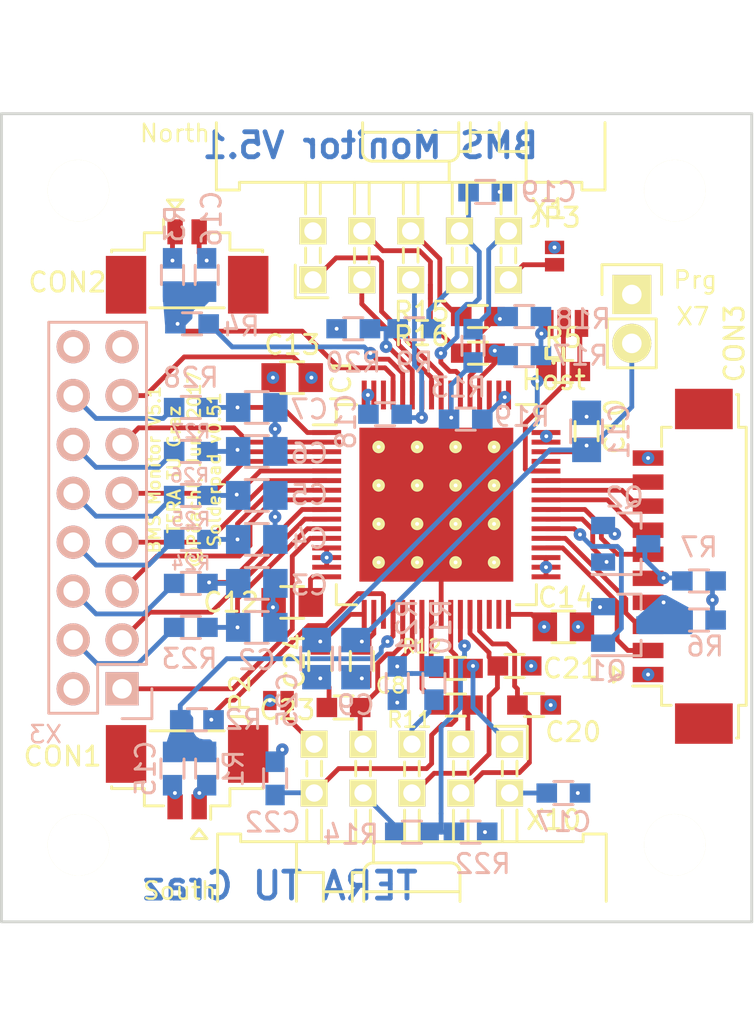
<source format=kicad_pcb>
(kicad_pcb (version 4) (host pcbnew no-vcs-found-product)
  (title_block (title "BMS monitor") (date 2016-05-17) (rev 5.1) (company "TERA TU Graz") (comment 1 "Rene Pöschl"))
  (layers (0 F.Cu signal) (1 In1.Cu signal hide) (2 In2.Cu signal hide) (31 B.Cu signal) (34 B.Paste user) (35 F.Paste user) (36 B.SilkS user hide) (37 F.SilkS user hide) (38 B.Mask user) (39 F.Mask user) (44 Edge.Cuts user))
  (net 0 "")
  (net 1 /CB6)
  (net 2 /CB5)
  (net 3 /CB4)
  (net 4 /CB3)
  (net 5 /CB2)
  (net 6 /CB1)
  (net 7 GND)
  (net 8 "Net-(C12-Pad1)")
  (net 9 "Net-(C10-Pad1)")
  (net 10 "Net-(IC1-Pad19)")
  (net 11 "Net-(C15-Pad2)")
  (net 12 "Net-(IC1-Pad31)")
  (net 13 +5V)
  (net 14 "Net-(IC1-Pad45)")
  (net 15 "Net-(IC1-Pad60)")
  (net 16 "Net-(C16-Pad2)")
  (net 17 +BATT)
  (net 18 "Net-(JP1-Pad3)")
  (net 19 "Net-(CON1-Pad1)")
  (net 20 "Net-(CON2-Pad1)")
  (net 21 "Net-(C17-Pad1)")
  (net 22 /VC6)
  (net 23 /VC5)
  (net 24 /VC4)
  (net 25 /VC3)
  (net 26 /VC2)
  (net 27 /VC1)
  (net 28 /CONV_S)
  (net 29 /DRDY_S)
  (net 30 /ALERT_S)
  (net 31 /FAULT_S)
  (net 32 /SCLK_S)
  (net 33 /SDO_S)
  (net 34 /SDI_S)
  (net 35 /CS_S)
  (net 36 /CONV_H)
  (net 37 /DRDY_H)
  (net 38 /ALERT_H)
  (net 39 /FAULT_H)
  (net 40 /SCLK_H)
  (net 41 /SDI_H)
  (net 42 /CS_H)
  (net 43 /HSEL)
  (net 44 /CS_N)
  (net 45 /SDI_N)
  (net 46 /SDO_N)
  (net 47 /SCLK_N)
  (net 48 /FAULT_N)
  (net 49 /ALERT_N)
  (net 50 /DRDY_N)
  (net 51 /CONV_N)
  (net 52 /NALERT_H)
  (net 53 /VC1e)
  (net 54 /VC2e)
  (net 55 /VC3e)
  (net 56 /VC4e)
  (net 57 /VC5e)
  (net 58 /VC6e)
  (net 59 /CS_N1)
  (net 60 /SDO_S1)
  (net 61 /SDI_N1)
  (net 62 /CONV_N1)
  (net 63 /DRDY_S1)
  (net 64 /ALERT_S1)
  (net 65 /FAULT_S1)
  (net 66 /SCLK_N1)
  (net 67 /NFAULT_H)
  (net 68 /SDO_H)
  (net 69 /+5V_LDOA)
  (net 70 /+5V_Host)
  (net 71 "Net-(JP3-Pad2)")
  (net 72 "Net-(JP2-Pad2)")
  (module Mounting_Holes:MountingHole_3.2mm_M3 (layer F.Cu) (at 56 143)
    (fp_text reference REF** hide)
    (fp_text value MountingHole_3.2mm_M3 hide)
    (pad 1 np_thru_hole circle (at 0 0) (size 3.2 3.2) (drill 3.2) (layers *.Cu *.Mask F.SilkS))
  )
  (module Mounting_Holes:MountingHole_3.2mm_M3 (layer F.Cu) (at 87 143)
    (fp_text reference REF** hide)
    (fp_text value MountingHole_3.2mm_M3 hide)
    (pad 1 np_thru_hole circle (at 0 0) (size 3.2 3.2) (drill 3.2) (layers *.Cu *.Mask F.SilkS))
  )
  (module Mounting_Holes:MountingHole_3.2mm_M3 (layer F.Cu) (at 87 109)
    (fp_text reference REF** hide)
    (fp_text value MountingHole_3.2mm_M3 hide)
    (pad 1 np_thru_hole circle (at 0 0) (size 3.2 3.2) (drill 3.2) (layers *.Cu *.Mask F.SilkS))
  )
  (module Mounting_Holes:MountingHole_3.2mm_M3 (layer F.Cu) (at 56 109)
    (fp_text reference REF** hide)
    (fp_text value MountingHole_3.2mm_M3 hide)
    (pad 1 np_thru_hole circle (at 0 0) (size 3.2 3.2) (drill 3.2) (layers *.Cu *.Mask F.SilkS))
  )
  (module tera_general:SOLDERJUMPER_3 (layer F.Cu) (at 81.25 115.9 90)
    (fp_text reference JP1 hide)
    (fp_text value JUMPER3_NO hide)
    (pad 1 smd rect (at 0 -0.9 90) (size 1.4 0.7) (layers F.Cu F.Paste F.Mask) (net 7 GND))
    (pad 2 smd rect (at 0 0 90) (size 1.4 0.7) (layers F.Cu F.Paste F.Mask) (net 43 /HSEL))
    (pad 3 smd rect (at 0 0.9 90) (size 1.4 0.7) (layers F.Cu F.Paste F.Mask) (net 18 "Net-(JP1-Pad3)"))
  )
  (module Socket_Strips:Socket_Strip_Straight_2x08 (layer B.Cu) (at 58.27 134.89 90)
    (fp_text reference X3 (at -2.368 -3.984 180) (layer B.SilkS) (effects (font (size 0.9 0.9) (thickness 0.125)) (justify mirror)))
    (fp_text value Balancer_Interface hide)
    (pad 1 thru_hole rect (at 0 0 90) (size 1.7272 1.7272) (drill 1.016) (layers *.Cu *.Mask B.SilkS) (net 6 /CB1))
    (pad 2 thru_hole oval (at 0 -2.54 90) (size 1.7272 1.7272) (drill 1.016) (layers *.Cu *.Mask B.SilkS) (net 7 GND))
    (pad 3 thru_hole oval (at 2.54 0 90) (size 1.7272 1.7272) (drill 1.016) (layers *.Cu *.Mask B.SilkS) (net 5 /CB2))
    (pad 4 thru_hole oval (at 2.54 -2.54 90) (size 1.7272 1.7272) (drill 1.016) (layers *.Cu *.Mask B.SilkS) (net 53 /VC1e))
    (pad 5 thru_hole oval (at 5.08 0 90) (size 1.7272 1.7272) (drill 1.016) (layers *.Cu *.Mask B.SilkS) (net 4 /CB3))
    (pad 6 thru_hole oval (at 5.08 -2.54 90) (size 1.7272 1.7272) (drill 1.016) (layers *.Cu *.Mask B.SilkS) (net 54 /VC2e))
    (pad 7 thru_hole oval (at 7.62 0 90) (size 1.7272 1.7272) (drill 1.016) (layers *.Cu *.Mask B.SilkS) (net 3 /CB4))
    (pad 8 thru_hole oval (at 7.62 -2.54 90) (size 1.7272 1.7272) (drill 1.016) (layers *.Cu *.Mask B.SilkS) (net 55 /VC3e))
    (pad 9 thru_hole oval (at 10.16 0 90) (size 1.7272 1.7272) (drill 1.016) (layers *.Cu *.Mask B.SilkS) (net 2 /CB5))
    (pad 10 thru_hole oval (at 10.16 -2.54 90) (size 1.7272 1.7272) (drill 1.016) (layers *.Cu *.Mask B.SilkS) (net 56 /VC4e))
    (pad 11 thru_hole oval (at 12.7 0 90) (size 1.7272 1.7272) (drill 1.016) (layers *.Cu *.Mask B.SilkS) (net 1 /CB6))
    (pad 12 thru_hole oval (at 12.7 -2.54 90) (size 1.7272 1.7272) (drill 1.016) (layers *.Cu *.Mask B.SilkS) (net 57 /VC5e))
    (pad 13 thru_hole oval (at 15.24 0 90) (size 1.7272 1.7272) (drill 1.016) (layers *.Cu *.Mask B.SilkS) (net 17 +BATT))
    (pad 14 thru_hole oval (at 15.24 -2.54 90) (size 1.7272 1.7272) (drill 1.016) (layers *.Cu *.Mask B.SilkS) (net 58 /VC6e))
    (pad 15 thru_hole oval (at 17.78 0 90) (size 1.7272 1.7272) (drill 1.016) (layers *.Cu *.Mask B.SilkS) (net 7 GND))
    (pad 16 thru_hole oval (at 17.78 -2.54 90) (size 1.7272 1.7272) (drill 1.016) (layers *.Cu *.Mask B.SilkS) (net 7 GND))
  )
  (module Socket_Strips:Socket_Strip_Straight_1x02 (layer F.Cu) (at 84.766 114.398 270)
    (fp_text reference X7 (at 1.143 -3.175) (layer F.SilkS) (effects (font (size 0.9 0.9) (thickness 0.125))))
    (fp_text value Prog_Voltage hide)
    (pad 1 thru_hole rect (at 0 0 270) (size 2.032 2.032) (drill 1.016) (layers *.Cu *.Mask F.SilkS) (net 7 GND))
    (pad 2 thru_hole oval (at 2.54 0 270) (size 2.032 2.032) (drill 1.016) (layers *.Cu *.Mask F.SilkS) (net 9 "Net-(C10-Pad1)"))
  )
  (module tera_rlc:C_0805in (layer F.Cu) (at 81.21 131.67)
    (fp_text reference C14)
    (fp_text value 2.2u)
    (fp_text user %R (at 0.127 -1.524) (layer F.SilkS))
    (pad 1 smd rect (at -0.965 0) (size 1.27 1.5) (layers F.Cu F.Paste F.Mask) (net 13 +5V))
    (pad 2 smd rect (at 0.965 0) (size 1.27 1.5) (layers F.Cu F.Paste F.Mask) (net 7 GND))
  )
  (module tera_rlc:C_0805in (layer F.Cu) (at 67.113 118.716)
    (fp_text reference C13)
    (fp_text value 100n,50V)
    (fp_text user %R (at 0 -1.7) (layer F.SilkS))
    (pad 1 smd rect (at -0.965 0) (size 1.27 1.5) (layers F.Cu F.Paste F.Mask) (net 7 GND))
    (pad 2 smd rect (at 0.965 0) (size 1.27 1.5) (layers F.Cu F.Paste F.Mask) (net 17 +BATT))
  )
  (module tera_rlc:C_0805in (layer F.Cu) (at 67.113 130.4 180)
    (fp_text reference C12)
    (fp_text value 10u)
    (fp_text user %R (at 3.175 0 180) (layer F.SilkS))
    (pad 1 smd rect (at -0.965 0 180) (size 1.27 1.5) (layers F.Cu F.Paste F.Mask) (net 8 "Net-(C12-Pad1)"))
    (pad 2 smd rect (at 0.965 0 180) (size 1.27 1.5) (layers F.Cu F.Paste F.Mask) (net 7 GND))
  )
  (module tera_rlc:C_0805in (layer B.Cu) (at 82.416 121.51 90)
    (fp_text reference C11)
    (fp_text value 2.2u)
    (fp_text user %R (at 0 1.7 90) (layer B.SilkS) (effects (justify mirror)))
    (pad 1 smd rect (at -0.965 0 90) (size 1.27 1.5) (layers B.Cu B.Paste B.Mask) (net 9 "Net-(C10-Pad1)"))
    (pad 2 smd rect (at 0.965 0 90) (size 1.27 1.5) (layers B.Cu B.Paste B.Mask) (net 7 GND))
  )
  (module tera_rlc:C_0805in (layer B.Cu) (at 65.271 127.125)
    (fp_text reference C4)
    (fp_text value 100n,50V)
    (fp_text user %R (at 2.731 -0.027) (layer B.SilkS) (effects (justify mirror)))
    (pad 1 smd rect (at -0.965 0) (size 1.27 1.5) (layers B.Cu B.Paste B.Mask) (net 25 /VC3))
    (pad 2 smd rect (at 0.965 0) (size 1.27 1.5) (layers B.Cu B.Paste B.Mask) (net 7 GND))
  )
  (module tera_rlc:C_0805in (layer B.Cu) (at 70.415 133.321 270)
    (fp_text reference C9)
    (fp_text value 2.2u)
    (fp_text user %R (at 2.413 0 180) (layer B.SilkS) (effects (justify mirror)))
    (pad 1 smd rect (at -0.965 0 270) (size 1.27 1.5) (layers B.Cu B.Paste B.Mask) (net 9 "Net-(C10-Pad1)"))
    (pad 2 smd rect (at 0.965 0 270) (size 1.27 1.5) (layers B.Cu B.Paste B.Mask) (net 7 GND))
  )
  (module tera_rlc:C_0805in (layer B.Cu) (at 65.271 124.839)
    (fp_text reference C5)
    (fp_text value 100n,50V)
    (fp_text user %R (at 2.731 -0.027) (layer B.SilkS) (effects (justify mirror)))
    (pad 1 smd rect (at -0.965 0) (size 1.27 1.5) (layers B.Cu B.Paste B.Mask) (net 24 /VC4))
    (pad 2 smd rect (at 0.965 0) (size 1.27 1.5) (layers B.Cu B.Paste B.Mask) (net 7 GND))
  )
  (module tera_rlc:C_0805in (layer B.Cu) (at 65.271 131.697)
    (fp_text reference C2)
    (fp_text value 100n,50V)
    (fp_text user %R (at 0 1.7) (layer B.SilkS) (effects (justify mirror)))
    (pad 1 smd rect (at -0.965 0) (size 1.27 1.5) (layers B.Cu B.Paste B.Mask) (net 27 /VC1))
    (pad 2 smd rect (at 0.965 0) (size 1.27 1.5) (layers B.Cu B.Paste B.Mask) (net 7 GND))
  )
  (module tera_rlc:C_0805in (layer B.Cu) (at 65.271 120.267)
    (fp_text reference C7)
    (fp_text value 100n,50V)
    (fp_text user %R (at 2.731 0.1) (layer B.SilkS) (effects (justify mirror)))
    (pad 1 smd rect (at -0.965 0) (size 1.27 1.5) (layers B.Cu B.Paste B.Mask) (net 22 /VC6))
    (pad 2 smd rect (at 0.965 0) (size 1.27 1.5) (layers B.Cu B.Paste B.Mask) (net 7 GND))
  )
  (module tera_rlc:C_0805in (layer B.Cu) (at 65.271 122.553)
    (fp_text reference C6)
    (fp_text value 100n,50V)
    (fp_text user %R (at 2.731 0.1) (layer B.SilkS) (effects (justify mirror)))
    (pad 1 smd rect (at -0.965 0) (size 1.27 1.5) (layers B.Cu B.Paste B.Mask) (net 23 /VC5))
    (pad 2 smd rect (at 0.965 0) (size 1.27 1.5) (layers B.Cu B.Paste B.Mask) (net 7 GND))
  )
  (module tera_rlc:C_0805in (layer B.Cu) (at 65.271 129.411)
    (fp_text reference C3)
    (fp_text value 100n,50V)
    (fp_text user %R (at 2.731 0.1) (layer B.SilkS) (effects (justify mirror)))
    (pad 1 smd rect (at -0.965 0) (size 1.27 1.5) (layers B.Cu B.Paste B.Mask) (net 26 /VC2))
    (pad 2 smd rect (at 0.965 0) (size 1.27 1.5) (layers B.Cu B.Paste B.Mask) (net 7 GND))
  )
  (module tera_rlc:C_0805in (layer B.Cu) (at 68.383 133.321 270)
    (fp_text reference C25)
    (fp_text value 2.2u)
    (fp_text user %R (at 2.159 1.524 270) (layer B.SilkS) (effects (justify mirror)))
    (pad 1 smd rect (at -0.965 0 270) (size 1.27 1.5) (layers B.Cu B.Paste B.Mask) (net 69 /+5V_LDOA))
    (pad 2 smd rect (at 0.965 0 270) (size 1.27 1.5) (layers B.Cu B.Paste B.Mask) (net 7 GND))
  )
  (module tera_rlc:R_0603in (layer F.Cu) (at 76.765 117.446 180)
    (fp_text reference R16)
    (fp_text value 1K)
    (fp_text user %R (at 2.921 0.889 180) (layer F.SilkS))
    (pad 1 smd rect (at -0.865 0 180) (size 1.07 1) (layers F.Cu F.Paste F.Mask) (net 44 /CS_N))
    (pad 2 smd rect (at 0.865 0 180) (size 1.07 1) (layers F.Cu F.Paste F.Mask) (net 59 /CS_N1))
  )
  (module tera_rlc:R_0603in (layer B.Cu) (at 76.511 117.065 90)
    (fp_text reference R13)
    (fp_text value 1K)
    (fp_text user %R (at -2.159 -0.762 180) (layer B.SilkS) (effects (justify mirror)))
    (pad 1 smd rect (at -0.865 0 90) (size 1.07 1) (layers B.Cu B.Paste B.Mask) (net 47 /SCLK_N))
    (pad 2 smd rect (at 0.865 0 90) (size 1.07 1) (layers B.Cu B.Paste B.Mask) (net 66 /SCLK_N1))
  )
  (module tera_rlc:R_0603in (layer F.Cu) (at 75.622 133.829 180)
    (fp_text reference R12)
    (fp_text value 1K)
    (fp_text user %R (at 1.778 1.143 180) (layer F.SilkS) (effects (font (size 0.7 0.7) (thickness 0.12))))
    (pad 1 smd rect (at -0.865 0 180) (size 1.07 1) (layers F.Cu F.Paste F.Mask) (net 65 /FAULT_S1))
    (pad 2 smd rect (at 0.865 0 180) (size 1.07 1) (layers F.Cu F.Paste F.Mask) (net 31 /FAULT_S))
  )
  (module tera_rlc:R_0603in (layer F.Cu) (at 75.622 135.734 180)
    (fp_text reference R11)
    (fp_text value 1K)
    (fp_text user %R (at 2.413 -0.762 180) (layer F.SilkS) (effects (font (size 0.8 0.8) (thickness 0.13))))
    (pad 1 smd rect (at -0.865 0 180) (size 1.07 1) (layers F.Cu F.Paste F.Mask) (net 64 /ALERT_S1))
    (pad 2 smd rect (at 0.865 0 180) (size 1.07 1) (layers F.Cu F.Paste F.Mask) (net 30 /ALERT_S))
  )
  (module tera_rlc:R_0603in (layer B.Cu) (at 74.479 134.591 90)
    (fp_text reference R10)
    (fp_text value 1K)
    (fp_text user %R (at 2.921 0.381 90) (layer B.SilkS) (effects (justify mirror)))
    (pad 1 smd rect (at -0.865 0 90) (size 1.07 1) (layers B.Cu B.Paste B.Mask) (net 63 /DRDY_S1))
    (pad 2 smd rect (at 0.865 0 90) (size 1.07 1) (layers B.Cu B.Paste B.Mask) (net 29 /DRDY_S))
  )
  (module tera_rlc:R_0603in (layer B.Cu) (at 73.463 116.176)
    (fp_text reference R9)
    (fp_text value 1K)
    (fp_text user %R (at 0 1.75) (layer B.SilkS) (effects (justify mirror)))
    (pad 1 smd rect (at -0.865 0) (size 1.07 1) (layers B.Cu B.Paste B.Mask) (net 51 /CONV_N))
    (pad 2 smd rect (at 0.865 0) (size 1.07 1) (layers B.Cu B.Paste B.Mask) (net 62 /CONV_N1))
  )
  (module tera_rlc:R_0603in (layer B.Cu) (at 88.258 129.284 180)
    (fp_text reference R7)
    (fp_text value 10K)
    (fp_text user %R (at 0 1.75 180) (layer B.SilkS) (effects (justify mirror)))
    (pad 1 smd rect (at -0.865 0 180) (size 1.07 1) (layers B.Cu B.Paste B.Mask) (net 70 /+5V_Host))
    (pad 2 smd rect (at 0.865 0 180) (size 1.07 1) (layers B.Cu B.Paste B.Mask) (net 67 /NFAULT_H))
  )
  (module tera_rlc:R_0603in (layer B.Cu) (at 88.258 131.316 180)
    (fp_text reference R6)
    (fp_text value 10K)
    (fp_text user %R (at -0.318 -1.37 180) (layer B.SilkS) (effects (justify mirror)))
    (pad 1 smd rect (at -0.865 0 180) (size 1.07 1) (layers B.Cu B.Paste B.Mask) (net 70 /+5V_Host))
    (pad 2 smd rect (at 0.865 0 180) (size 1.07 1) (layers B.Cu B.Paste B.Mask) (net 52 /NALERT_H))
  )
  (module tera_rlc:R_0603in (layer F.Cu) (at 81.2 118.4)
    (fp_text reference R5)
    (fp_text value 100K)
    (fp_text user %R (at 0 -1.75) (layer F.SilkS))
    (pad 1 smd rect (at -0.865 0) (size 1.07 1) (layers F.Cu F.Paste F.Mask) (net 69 /+5V_LDOA))
    (pad 2 smd rect (at 0.865 0) (size 1.07 1) (layers F.Cu F.Paste F.Mask) (net 18 "Net-(JP1-Pad3)"))
  )
  (module tera_rlc:R_0603in (layer B.Cu) (at 61.906 115.922)
    (fp_text reference R4)
    (fp_text value 1.82K)
    (fp_text user %R (at 2.54 0.127) (layer B.SilkS) (effects (justify mirror)))
    (pad 1 smd rect (at -0.865 0) (size 1.07 1) (layers B.Cu B.Paste B.Mask) (net 16 "Net-(C16-Pad2)"))
    (pad 2 smd rect (at 0.865 0) (size 1.07 1) (layers B.Cu B.Paste B.Mask) (net 15 "Net-(IC1-Pad60)"))
  )
  (module tera_rlc:R_0603in (layer B.Cu) (at 60.89 113.382 90)
    (fp_text reference R3)
    (fp_text value 1.47K)
    (fp_text user %R (at 2.667 0.127 90) (layer B.SilkS) (effects (justify mirror)))
    (pad 1 smd rect (at -0.865 0 90) (size 1.07 1) (layers B.Cu B.Paste B.Mask) (net 16 "Net-(C16-Pad2)"))
    (pad 2 smd rect (at 0.865 0 90) (size 1.07 1) (layers B.Cu B.Paste B.Mask) (net 20 "Net-(CON2-Pad1)"))
  )
  (module tera_rlc:R_0603in (layer B.Cu) (at 62.16 136.496)
    (fp_text reference R2)
    (fp_text value 1.82K)
    (fp_text user %R (at 2.413 0) (layer B.SilkS) (effects (justify mirror)))
    (pad 1 smd rect (at -0.865 0) (size 1.07 1) (layers B.Cu B.Paste B.Mask) (net 11 "Net-(C15-Pad2)"))
    (pad 2 smd rect (at 0.865 0) (size 1.07 1) (layers B.Cu B.Paste B.Mask) (net 10 "Net-(IC1-Pad19)"))
  )
  (module tera_rlc:R_0603in (layer B.Cu) (at 73.336 142.338)
    (fp_text reference R14)
    (fp_text value 1K)
    (fp_text user %R (at -3.175 0.127) (layer B.SilkS) (effects (justify mirror)))
    (pad 1 smd rect (at -0.865 0) (size 1.07 1) (layers B.Cu B.Paste B.Mask) (net 60 /SDO_S1))
    (pad 2 smd rect (at 0.865 0) (size 1.07 1) (layers B.Cu B.Paste B.Mask) (net 33 /SDO_S))
  )
  (module tera_rlc:R_0603in (layer B.Cu) (at 79.178 117.573 180)
    (fp_text reference R17)
    (fp_text value 2M)
    (fp_text user %R (at -2.921 0 180) (layer B.SilkS) (effects (justify mirror)))
    (pad 1 smd rect (at -0.865 0 180) (size 1.07 1) (layers B.Cu B.Paste B.Mask) (net 7 GND))
    (pad 2 smd rect (at 0.865 0 180) (size 1.07 1) (layers B.Cu B.Paste B.Mask) (net 44 /CS_N))
  )
  (module tera_rlc:R_0603in (layer B.Cu) (at 79.178 115.541 180)
    (fp_text reference R18)
    (fp_text value 2M)
    (fp_text user %R (at -3.048 -0.127 180) (layer B.SilkS) (effects (justify mirror)))
    (pad 1 smd rect (at -0.865 0 180) (size 1.07 1) (layers B.Cu B.Paste B.Mask) (net 7 GND))
    (pad 2 smd rect (at 0.865 0 180) (size 1.07 1) (layers B.Cu B.Paste B.Mask) (net 45 /SDI_N))
  )
  (module tera_rlc:R_0603in (layer B.Cu) (at 76.13 120.875 180)
    (fp_text reference R19)
    (fp_text value 2M)
    (fp_text user %R (at -2.921 0.127 180) (layer B.SilkS) (effects (justify mirror)))
    (pad 1 smd rect (at -0.865 0 180) (size 1.07 1) (layers B.Cu B.Paste B.Mask) (net 7 GND))
    (pad 2 smd rect (at 0.865 0 180) (size 1.07 1) (layers B.Cu B.Paste B.Mask) (net 47 /SCLK_N))
  )
  (module tera_rlc:R_0603in (layer B.Cu) (at 70.288 116.176)
    (fp_text reference R20)
    (fp_text value 2M)
    (fp_text user %R (at 0 1.75) (layer B.SilkS) (effects (justify mirror)))
    (pad 1 smd rect (at -0.865 0) (size 1.07 1) (layers B.Cu B.Paste B.Mask) (net 7 GND))
    (pad 2 smd rect (at 0.865 0) (size 1.07 1) (layers B.Cu B.Paste B.Mask) (net 51 /CONV_N))
  )
  (module tera_rlc:R_0603in (layer B.Cu) (at 72.574 134.591 90)
    (fp_text reference R21)
    (fp_text value 510K)
    (fp_text user %R (at 2.921 0.508 90) (layer B.SilkS) (effects (justify mirror)))
    (pad 1 smd rect (at -0.865 0 90) (size 1.07 1) (layers B.Cu B.Paste B.Mask) (net 13 +5V))
    (pad 2 smd rect (at 0.865 0 90) (size 1.07 1) (layers B.Cu B.Paste B.Mask) (net 29 /DRDY_S))
  )
  (module tera_rlc:R_0603in (layer B.Cu) (at 76.384 142.338 180)
    (fp_text reference R22)
    (fp_text value 510K)
    (fp_text user %R (at -0.635 -1.651 180) (layer B.SilkS) (effects (justify mirror)))
    (pad 1 smd rect (at -0.865 0 180) (size 1.07 1) (layers B.Cu B.Paste B.Mask) (net 13 +5V))
    (pad 2 smd rect (at 0.865 0 180) (size 1.07 1) (layers B.Cu B.Paste B.Mask) (net 33 /SDO_S))
  )
  (module tera_rlc:R_0603in (layer B.Cu) (at 61.842 131.697 180)
    (fp_text reference R23)
    (fp_text value 1K)
    (fp_text user %R (at 0.063 -1.624 180) (layer B.SilkS) (effects (justify mirror)))
    (pad 1 smd rect (at -0.865 0 180) (size 1.07 1) (layers B.Cu B.Paste B.Mask) (net 27 /VC1))
    (pad 2 smd rect (at 0.865 0 180) (size 1.07 1) (layers B.Cu B.Paste B.Mask) (net 53 /VC1e))
  )
  (module tera_rlc:R_0603in (layer B.Cu) (at 61.842 129.411 180)
    (fp_text reference R24)
    (fp_text value 1K)
    (fp_text user %R (at 0 1.043 180) (layer B.SilkS) (effects (font (size 0.7 0.7) (thickness 0.12)) (justify mirror)))
    (pad 1 smd rect (at -0.865 0 180) (size 1.07 1) (layers B.Cu B.Paste B.Mask) (net 26 /VC2))
    (pad 2 smd rect (at 0.865 0 180) (size 1.07 1) (layers B.Cu B.Paste B.Mask) (net 54 /VC2e))
  )
  (module tera_rlc:R_0603in (layer B.Cu) (at 61.842 127.125 180)
    (fp_text reference R25)
    (fp_text value 1K)
    (fp_text user %R (at 0 1.043 180) (layer B.SilkS) (effects (font (size 0.7 0.7) (thickness 0.12)) (justify mirror)))
    (pad 1 smd rect (at -0.865 0 180) (size 1.07 1) (layers B.Cu B.Paste B.Mask) (net 25 /VC3))
    (pad 2 smd rect (at 0.865 0 180) (size 1.07 1) (layers B.Cu B.Paste B.Mask) (net 55 /VC3e))
  )
  (module tera_rlc:R_0603in (layer B.Cu) (at 61.842 124.839 180)
    (fp_text reference R26)
    (fp_text value 1K)
    (fp_text user %R (at 0.063 1.043 180) (layer B.SilkS) (effects (font (size 0.7 0.7) (thickness 0.12)) (justify mirror)))
    (pad 1 smd rect (at -0.865 0 180) (size 1.07 1) (layers B.Cu B.Paste B.Mask) (net 24 /VC4))
    (pad 2 smd rect (at 0.865 0 180) (size 1.07 1) (layers B.Cu B.Paste B.Mask) (net 56 /VC4e))
  )
  (module tera_rlc:R_0603in (layer B.Cu) (at 61.842 122.553 180)
    (fp_text reference R27)
    (fp_text value 1K)
    (fp_text user %R (at 0 1.043 180) (layer B.SilkS) (effects (font (size 0.7 0.7) (thickness 0.12)) (justify mirror)))
    (pad 1 smd rect (at -0.865 0 180) (size 1.07 1) (layers B.Cu B.Paste B.Mask) (net 23 /VC5))
    (pad 2 smd rect (at 0.865 0 180) (size 1.07 1) (layers B.Cu B.Paste B.Mask) (net 57 /VC5e))
  )
  (module tera_rlc:R_0603in (layer B.Cu) (at 61.842 120.267 180)
    (fp_text reference R28)
    (fp_text value 1K)
    (fp_text user %R (at 0 1.551 180) (layer B.SilkS) (effects (justify mirror)))
    (pad 1 smd rect (at -0.865 0 180) (size 1.07 1) (layers B.Cu B.Paste B.Mask) (net 22 /VC6))
    (pad 2 smd rect (at 0.865 0 180) (size 1.07 1) (layers B.Cu B.Paste B.Mask) (net 58 /VC6e))
  )
  (module tera_rlc:R_0603in (layer F.Cu) (at 76.765 115.541 180)
    (fp_text reference R15)
    (fp_text value 1K)
    (fp_text user %R (at 2.921 0.254 180) (layer F.SilkS))
    (pad 1 smd rect (at -0.865 0 180) (size 1.07 1) (layers F.Cu F.Paste F.Mask) (net 45 /SDI_N))
    (pad 2 smd rect (at 0.865 0 180) (size 1.07 1) (layers F.Cu F.Paste F.Mask) (net 61 /SDI_N1))
  )
  (module tera_rlc:R_0603in (layer B.Cu) (at 62.668 139.036 270)
    (fp_text reference R1)
    (fp_text value 1.47K)
    (fp_text user %R (at 0 -1.397 270) (layer B.SilkS) (effects (justify mirror)))
    (pad 1 smd rect (at -0.865 0 270) (size 1.07 1) (layers B.Cu B.Paste B.Mask) (net 11 "Net-(C15-Pad2)"))
    (pad 2 smd rect (at 0.865 0 270) (size 1.07 1) (layers B.Cu B.Paste B.Mask) (net 19 "Net-(CON1-Pad1)"))
  )
  (module tera_rlc:C_0603in (layer B.Cu) (at 81.21 140.306)
    (fp_text reference C17)
    (fp_text value 1n)
    (fp_text user %R (at 0 1.5) (layer B.SilkS) (effects (justify mirror)))
    (pad 1 smd rect (at -0.865 0) (size 1.07 1) (layers B.Cu B.Paste B.Mask) (net 21 "Net-(C17-Pad1)"))
    (pad 2 smd rect (at 0.865 0) (size 1.07 1) (layers B.Cu B.Paste B.Mask) (net 7 GND))
  )
  (module tera_rlc:C_0603in (layer B.Cu) (at 77.146 109.064 180)
    (fp_text reference C19)
    (fp_text value 33p)
    (fp_text user %R (at -3.302 0 180) (layer B.SilkS) (effects (justify mirror)))
    (pad 1 smd rect (at -0.865 0 180) (size 1.07 1) (layers B.Cu B.Paste B.Mask) (net 17 +BATT))
    (pad 2 smd rect (at 0.865 0 180) (size 1.07 1) (layers B.Cu B.Paste B.Mask) (net 46 /SDO_N))
  )
  (module tera_rlc:C_0603in (layer F.Cu) (at 70.732 133.448 270)
    (fp_text reference C8)
    (fp_text value 100n)
    (fp_text user %R (at 1.27 -1.5) (layer F.SilkS) (effects (font (size 0.8 0.8) (thickness 0.12))))
    (pad 1 smd rect (at -0.865 0 270) (size 1.07 1) (layers F.Cu F.Paste F.Mask) (net 9 "Net-(C10-Pad1)"))
    (pad 2 smd rect (at 0.865 0 270) (size 1.07 1) (layers F.Cu F.Paste F.Mask) (net 7 GND))
  )
  (module tera_rlc:C_0603in (layer F.Cu) (at 82.416 121.498 90)
    (fp_text reference C10)
    (fp_text value 100n)
    (fp_text user %R (at 0.242 1.461 90) (layer F.SilkS))
    (pad 1 smd rect (at -0.865 0 90) (size 1.07 1) (layers F.Cu F.Paste F.Mask) (net 9 "Net-(C10-Pad1)"))
    (pad 2 smd rect (at 0.865 0 90) (size 1.07 1) (layers F.Cu F.Paste F.Mask) (net 7 GND))
  )
  (module tera_rlc:C_0603in (layer B.Cu) (at 60.89 139.036 90)
    (fp_text reference C15)
    (fp_text value 47n)
    (fp_text user %R (at 0 -1.397 90) (layer B.SilkS) (effects (justify mirror)))
    (pad 1 smd rect (at -0.865 0 90) (size 1.07 1) (layers B.Cu B.Paste B.Mask) (net 13 +5V))
    (pad 2 smd rect (at 0.865 0 90) (size 1.07 1) (layers B.Cu B.Paste B.Mask) (net 11 "Net-(C15-Pad2)"))
  )
  (module tera_rlc:C_0603in (layer B.Cu) (at 62.668 113.382 270)
    (fp_text reference C16)
    (fp_text value 47n)
    (fp_text user %R (at -2.921 -0.254 270) (layer B.SilkS) (effects (justify mirror)))
    (pad 1 smd rect (at -0.865 0 270) (size 1.07 1) (layers B.Cu B.Paste B.Mask) (net 13 +5V))
    (pad 2 smd rect (at 0.865 0 270) (size 1.07 1) (layers B.Cu B.Paste B.Mask) (net 16 "Net-(C16-Pad2)"))
  )
  (module tera_rlc:C_0603in (layer B.Cu) (at 71.939 120.621)
    (fp_text reference C18)
    (fp_text value 33p)
    (fp_text user %R (at -2.032 0.381 90) (layer B.SilkS) (effects (justify mirror)))
    (pad 1 smd rect (at -0.865 0) (size 1.07 1) (layers B.Cu B.Paste B.Mask) (net 17 +BATT))
    (pad 2 smd rect (at 0.865 0) (size 1.07 1) (layers B.Cu B.Paste B.Mask) (net 50 /DRDY_N))
  )
  (module tera_rlc:C_0603in (layer F.Cu) (at 79.686 135.734)
    (fp_text reference C20)
    (fp_text value 33p)
    (fp_text user %R (at 2.032 1.397) (layer F.SilkS))
    (pad 1 smd rect (at -0.865 0) (size 1.07 1) (layers F.Cu F.Paste F.Mask) (net 35 /CS_S))
    (pad 2 smd rect (at 0.865 0) (size 1.07 1) (layers F.Cu F.Paste F.Mask) (net 7 GND))
  )
  (module tera_rlc:C_0603in (layer B.Cu) (at 66.224 139.544 90)
    (fp_text reference C22)
    (fp_text value 33p)
    (fp_text user %R (at -2.286 -0.127 180) (layer B.SilkS) (effects (justify mirror)))
    (pad 1 smd rect (at -0.865 0 90) (size 1.07 1) (layers B.Cu B.Paste B.Mask) (net 32 /SCLK_S))
    (pad 2 smd rect (at 0.865 0 90) (size 1.07 1) (layers B.Cu B.Paste B.Mask) (net 7 GND))
  )
  (module tera_rlc:C_0603in (layer F.Cu) (at 69.78 135.861 180)
    (fp_text reference C23)
    (fp_text value 33p)
    (fp_text user %R (at 2.921 -0.127 180) (layer F.SilkS))
    (pad 1 smd rect (at -0.865 0 180) (size 1.07 1) (layers F.Cu F.Paste F.Mask) (net 28 /CONV_S))
    (pad 2 smd rect (at 0.865 0 180) (size 1.07 1) (layers F.Cu F.Paste F.Mask) (net 7 GND))
  )
  (module tera_rlc:C_0603in (layer F.Cu) (at 68.573 133.448 270)
    (fp_text reference C24)
    (fp_text value 100n)
    (fp_text user %R (at 0 1.333 270) (layer F.SilkS))
    (pad 1 smd rect (at -0.865 0 270) (size 1.07 1) (layers F.Cu F.Paste F.Mask) (net 69 /+5V_LDOA))
    (pad 2 smd rect (at 0.865 0 270) (size 1.07 1) (layers F.Cu F.Paste F.Mask) (net 7 GND))
  )
  (module tera_rlc:C_0603in (layer F.Cu) (at 78.67 133.702)
    (fp_text reference C21)
    (fp_text value 33p)
    (fp_text user %R (at 2.921 0.127) (layer F.SilkS))
    (pad 1 smd rect (at -0.865 0) (size 1.07 1) (layers F.Cu F.Paste F.Mask) (net 34 /SDI_S))
    (pad 2 smd rect (at 0.865 0) (size 1.07 1) (layers F.Cu F.Paste F.Mask) (net 7 GND))
  )
  (module tera_atomic_infineon:BSS205N (layer B.Cu) (at 84.448 127.352 90)
    (fp_text reference Q2)
    (fp_text value BSS205N)
    (fp_text user %R (at 2.413 -0.063 180) (layer B.SilkS) (effects (justify mirror)))
    (pad 1 smd rect (at -0.95 -1.175 90) (size 0.9 1.25) (layers B.Cu B.Paste B.Mask) (net 39 /FAULT_H))
    (pad 2 smd rect (at 0.95 -1.175 90) (size 0.9 1.25) (layers B.Cu B.Paste B.Mask) (net 7 GND))
    (pad 3 smd rect (at 0 1.175 90) (size 0.9 1.25) (layers B.Cu B.Paste B.Mask) (net 67 /NFAULT_H))
  )
  (module tera_atomic_infineon:BSS205N (layer B.Cu) (at 84.448 131.57 90)
    (fp_text reference Q1)
    (fp_text value BSS205N)
    (fp_text user %R (at -2.386 -0.952 180) (layer B.SilkS) (effects (justify mirror)))
    (pad 1 smd rect (at -0.95 -1.175 90) (size 0.9 1.25) (layers B.Cu B.Paste B.Mask) (net 38 /ALERT_H))
    (pad 2 smd rect (at 0.95 -1.175 90) (size 0.9 1.25) (layers B.Cu B.Paste B.Mask) (net 7 GND))
    (pad 3 smd rect (at 0 1.175 90) (size 0.9 1.25) (layers B.Cu B.Paste B.Mask) (net 52 /NALERT_H))
  )
  (module tera_Connectors_Molex:Molex_PicoBlade_53398-0271_02x1.25mm_Straight (layer F.Cu) (at 61.652 138.274 180)
    (fp_text reference CON1)
    (fp_text value TS1)
    (fp_text user %R (at 6.477 -0.127 180) (layer F.SilkS))
    (pad 1 smd rect (at -0.625 -2.75 180) (size 0.8 1.3) (layers F.Cu F.Paste F.Mask) (net 19 "Net-(CON1-Pad1)"))
    (pad 2 smd rect (at 0.625 -2.75 180) (size 0.8 1.3) (layers F.Cu F.Paste F.Mask) (net 13 +5V))
    (pad "" smd rect (at -3.175 0 180) (size 2.1 3) (layers F.Cu F.Paste F.Mask))
    (pad "" smd rect (at 3.175 0 180) (size 2.1 3) (layers F.Cu F.Paste F.Mask))
  )
  (module tera_Connectors_Molex:Molex_PicoBlade_53398-0271_02x1.25mm_Straight (layer F.Cu) (at 61.652 113.89)
    (fp_text reference CON2)
    (fp_text value TS2)
    (fp_text user %R (at -6.223 -0.127) (layer F.SilkS))
    (pad 1 smd rect (at -0.625 -2.75) (size 0.8 1.3) (layers F.Cu F.Paste F.Mask) (net 20 "Net-(CON2-Pad1)"))
    (pad 2 smd rect (at 0.625 -2.75) (size 0.8 1.3) (layers F.Cu F.Paste F.Mask) (net 13 +5V))
    (pad "" smd rect (at -3.175 0) (size 2.1 3) (layers F.Cu F.Paste F.Mask))
    (pad "" smd rect (at 3.175 0) (size 2.1 3) (layers F.Cu F.Paste F.Mask))
  )
  (module tera_Connectors_Molex:Molex_PicoBlade_53261-1071_10x1.25mm_Angled (layer F.Cu) (at 88.512 128.522 90)
    (fp_text reference CON3)
    (fp_text value Host_Interface)
    (fp_text user %R (at 11.584 1.588 90) (layer F.SilkS))
    (pad 1 smd rect (at -5.625 -2.9 90) (size 0.8 1.6) (layers F.Cu F.Paste F.Mask) (net 70 /+5V_Host))
    (pad 2 smd rect (at -4.375 -2.9 90) (size 0.8 1.6) (layers F.Cu F.Paste F.Mask) (net 36 /CONV_H))
    (pad 3 smd rect (at -3.125 -2.9 90) (size 0.8 1.6) (layers F.Cu F.Paste F.Mask) (net 37 /DRDY_H))
    (pad 4 smd rect (at -1.875 -2.9 90) (size 0.8 1.6) (layers F.Cu F.Paste F.Mask) (net 52 /NALERT_H))
    (pad 5 smd rect (at -0.625 -2.9 90) (size 0.8 1.6) (layers F.Cu F.Paste F.Mask) (net 67 /NFAULT_H))
    (pad 6 smd rect (at 0.625 -2.9 90) (size 0.8 1.6) (layers F.Cu F.Paste F.Mask) (net 40 /SCLK_H))
    (pad 7 smd rect (at 1.875 -2.9 90) (size 0.8 1.6) (layers F.Cu F.Paste F.Mask) (net 68 /SDO_H))
    (pad 8 smd rect (at 3.125 -2.9 90) (size 0.8 1.6) (layers F.Cu F.Paste F.Mask) (net 41 /SDI_H))
    (pad 9 smd rect (at 4.375 -2.9 90) (size 0.8 1.6) (layers F.Cu F.Paste F.Mask) (net 42 /CS_H))
    (pad 10 smd rect (at 5.625 -2.9 90) (size 0.8 1.6) (layers F.Cu F.Paste F.Mask) (net 7 GND))
    (pad "" smd rect (at -8.175 0 90) (size 2.1 3) (layers F.Cu F.Paste F.Mask))
    (pad "" smd rect (at 8.175 0 90) (size 2.1 3) (layers F.Cu F.Paste F.Mask))
  )
  (module bms_board_local:IDC_02X05_Angled (layer F.Cu) (at 73.336 139.036 180)
    (fp_text reference X10)
    (fp_text value DaisyChain_South)
    (fp_text user %R (at -7.366 -2.667 180) (layer F.SilkS))
    (pad 1 thru_hole rect (at -5.08 1.27 180) (size 1.4 1.4) (drill 0.9) (layers *.Cu *.Mask F.SilkS) (net 65 /FAULT_S1))
    (pad 2 thru_hole rect (at -5.08 -1.27 180) (size 1.4 1.4) (drill 0.9) (layers *.Cu *.Mask F.SilkS) (net 21 "Net-(C17-Pad1)"))
    (pad 3 thru_hole rect (at -2.54 1.27 180) (size 1.4 1.4) (drill 0.9) (layers *.Cu *.Mask F.SilkS) (net 64 /ALERT_S1))
    (pad 4 thru_hole rect (at -2.54 -1.27 180) (size 1.4 1.4) (drill 0.9) (layers *.Cu *.Mask F.SilkS) (net 35 /CS_S))
    (pad 5 thru_hole rect (at 0 1.27 180) (size 1.4 1.4) (drill 0.9) (layers *.Cu *.Mask F.SilkS) (net 63 /DRDY_S1))
    (pad 6 thru_hole rect (at 0 -1.27 180) (size 1.4 1.4) (drill 0.9) (layers *.Cu *.Mask F.SilkS) (net 34 /SDI_S))
    (pad 7 thru_hole rect (at 2.54 1.27 180) (size 1.4 1.4) (drill 0.9) (layers *.Cu *.Mask F.SilkS) (net 28 /CONV_S))
    (pad 8 thru_hole rect (at 2.54 -1.27 180) (size 1.4 1.4) (drill 0.9) (layers *.Cu *.Mask F.SilkS) (net 60 /SDO_S1))
    (pad 9 thru_hole rect (at 5.08 1.27 180) (size 1.4 1.4) (drill 0.9) (layers *.Cu *.Mask F.SilkS) (net 72 "Net-(JP2-Pad2)"))
    (pad 10 thru_hole rect (at 5.08 -1.27 180) (size 1.4 1.4) (drill 0.9) (layers *.Cu *.Mask F.SilkS) (net 32 /SCLK_S))
  )
  (module bms_board_local:IDC_02X05_Angled (layer F.Cu) (at 73.272 112.366)
    (fp_text reference X1)
    (fp_text value DaisyChain_North)
    (fp_text user %R (at 7.176 -2.413) (layer F.SilkS))
    (pad 1 thru_hole rect (at -5.08 1.27) (size 1.4 1.4) (drill 0.9) (layers *.Cu *.Mask F.SilkS) (net 48 /FAULT_N))
    (pad 2 thru_hole rect (at -5.08 -1.27) (size 1.4 1.4) (drill 0.9) (layers *.Cu *.Mask F.SilkS) (net 7 GND))
    (pad 3 thru_hole rect (at -2.54 1.27) (size 1.4 1.4) (drill 0.9) (layers *.Cu *.Mask F.SilkS) (net 49 /ALERT_N))
    (pad 4 thru_hole rect (at -2.54 -1.27) (size 1.4 1.4) (drill 0.9) (layers *.Cu *.Mask F.SilkS) (net 59 /CS_N1))
    (pad 5 thru_hole rect (at 0 1.27) (size 1.4 1.4) (drill 0.9) (layers *.Cu *.Mask F.SilkS) (net 50 /DRDY_N))
    (pad 6 thru_hole rect (at 0 -1.27) (size 1.4 1.4) (drill 0.9) (layers *.Cu *.Mask F.SilkS) (net 61 /SDI_N1))
    (pad 7 thru_hole rect (at 2.54 1.27) (size 1.4 1.4) (drill 0.9) (layers *.Cu *.Mask F.SilkS) (net 62 /CONV_N1))
    (pad 8 thru_hole rect (at 2.54 -1.27) (size 1.4 1.4) (drill 0.9) (layers *.Cu *.Mask F.SilkS) (net 46 /SDO_N))
    (pad 9 thru_hole rect (at 5.08 1.27) (size 1.4 1.4) (drill 0.9) (layers *.Cu *.Mask F.SilkS) (net 71 "Net-(JP3-Pad2)"))
    (pad 10 thru_hole rect (at 5.08 -1.27) (size 1.4 1.4) (drill 0.9) (layers *.Cu *.Mask F.SilkS) (net 66 /SCLK_N1))
  )
  (module tera_atomic_ic:TI_bq76PL536 (layer F.Cu) (at 74.606 125.32)
    (fp_text reference IC1)
    (fp_text value TI-bq76pl536)
    (fp_text user %R (at -4.953 -6.477 270) (layer F.SilkS))
    (pad 1 smd rect (at -5.7 -3.75) (size 1.5 0.26) (layers F.Cu F.Paste F.Mask) (net 22 /VC6))
    (pad 2 smd rect (at -5.7 -3.25) (size 1.5 0.26) (layers F.Cu F.Paste F.Mask) (net 1 /CB6))
    (pad 3 smd rect (at -5.7 -2.75) (size 1.5 0.26) (layers F.Cu F.Paste F.Mask) (net 23 /VC5))
    (pad 4 smd rect (at -5.7 -2.25) (size 1.5 0.26) (layers F.Cu F.Paste F.Mask) (net 2 /CB5))
    (pad 5 smd rect (at -5.7 -1.75) (size 1.5 0.26) (layers F.Cu F.Paste F.Mask) (net 24 /VC4))
    (pad 6 smd rect (at -5.7 -1.25) (size 1.5 0.26) (layers F.Cu F.Paste F.Mask) (net 3 /CB4))
    (pad 7 smd rect (at -5.7 -0.75) (size 1.5 0.26) (layers F.Cu F.Paste F.Mask) (net 25 /VC3))
    (pad 8 smd rect (at -5.7 -0.25) (size 1.5 0.26) (layers F.Cu F.Paste F.Mask) (net 4 /CB3))
    (pad 9 smd rect (at -5.7 0.25) (size 1.5 0.26) (layers F.Cu F.Paste F.Mask) (net 26 /VC2))
    (pad 10 smd rect (at -5.7 0.75) (size 1.5 0.26) (layers F.Cu F.Paste F.Mask) (net 5 /CB2))
    (pad 11 smd rect (at -5.7 1.25) (size 1.5 0.26) (layers F.Cu F.Paste F.Mask) (net 27 /VC1))
    (pad 12 smd rect (at -5.7 1.75) (size 1.5 0.26) (layers F.Cu F.Paste F.Mask) (net 6 /CB1))
    (pad 13 smd rect (at -5.7 2.25) (size 1.5 0.26) (layers F.Cu F.Paste F.Mask) (net 7 GND))
    (pad 14 smd rect (at -5.7 2.75) (size 1.5 0.26) (layers F.Cu F.Paste F.Mask) (net 7 GND))
    (pad 15 smd rect (at -5.7 3.25) (size 1.5 0.26) (layers F.Cu F.Paste F.Mask) (net 7 GND))
    (pad 16 smd rect (at -5.7 3.75) (size 1.5 0.26) (layers F.Cu F.Paste F.Mask) (net 8 "Net-(C12-Pad1)"))
    (pad 17 smd rect (at -3.75 5.7 90) (size 1.5 0.26) (layers F.Cu F.Paste F.Mask) (net 69 /+5V_LDOA))
    (pad 18 smd rect (at -3.25 5.7 90) (size 1.5 0.26) (layers F.Cu F.Paste F.Mask) (net 9 "Net-(C10-Pad1)"))
    (pad 19 smd rect (at -2.75 5.7 90) (size 1.5 0.26) (layers F.Cu F.Paste F.Mask) (net 10 "Net-(IC1-Pad19)"))
    (pad 20 smd rect (at -2.25 5.7 90) (size 1.5 0.26) (layers F.Cu F.Paste F.Mask) (net 11 "Net-(C15-Pad2)"))
    (pad 21 smd rect (at -1.75 5.7 90) (size 1.5 0.26) (layers F.Cu F.Paste F.Mask) (net 28 /CONV_S))
    (pad 22 smd rect (at -1.25 5.7 90) (size 1.5 0.26) (layers F.Cu F.Paste F.Mask) (net 29 /DRDY_S))
    (pad 23 smd rect (at -0.75 5.7 90) (size 1.5 0.26) (layers F.Cu F.Paste F.Mask) (net 30 /ALERT_S))
    (pad 24 smd rect (at -0.25 5.7 90) (size 1.5 0.26) (layers F.Cu F.Paste F.Mask) (net 31 /FAULT_S))
    (pad 25 smd rect (at 0.25 5.7 90) (size 1.5 0.26) (layers F.Cu F.Paste F.Mask) (net 7 GND))
    (pad 26 smd rect (at 0.75 5.7 90) (size 1.5 0.26) (layers F.Cu F.Paste F.Mask) (net 32 /SCLK_S))
    (pad 27 smd rect (at 1.25 5.7 90) (size 1.5 0.26) (layers F.Cu F.Paste F.Mask) (net 33 /SDO_S))
    (pad 28 smd rect (at 1.75 5.7 90) (size 1.5 0.26) (layers F.Cu F.Paste F.Mask) (net 34 /SDI_S))
    (pad 29 smd rect (at 2.25 5.7 90) (size 1.5 0.26) (layers F.Cu F.Paste F.Mask) (net 35 /CS_S))
    (pad 30 smd rect (at 2.75 5.7 90) (size 1.5 0.26) (layers F.Cu F.Paste F.Mask))
    (pad 31 smd rect (at 3.25 5.7 90) (size 1.5 0.26) (layers F.Cu F.Paste F.Mask) (net 12 "Net-(IC1-Pad31)"))
    (pad 32 smd rect (at 3.75 5.7 90) (size 1.5 0.26) (layers F.Cu F.Paste F.Mask) (net 13 +5V))
    (pad 33 smd rect (at 5.7 3.75) (size 1.5 0.26) (layers F.Cu F.Paste F.Mask) (net 7 GND))
    (pad 34 smd rect (at 5.7 3.25) (size 1.5 0.26) (layers F.Cu F.Paste F.Mask) (net 7 GND))
    (pad 35 smd rect (at 5.7 2.75) (size 1.5 0.26) (layers F.Cu F.Paste F.Mask) (net 7 GND))
    (pad 36 smd rect (at 5.7 2.25) (size 1.5 0.26) (layers F.Cu F.Paste F.Mask) (net 36 /CONV_H))
    (pad 37 smd rect (at 5.7 1.75) (size 1.5 0.26) (layers F.Cu F.Paste F.Mask) (net 37 /DRDY_H))
    (pad 38 smd rect (at 5.7 1.25) (size 1.5 0.26) (layers F.Cu F.Paste F.Mask) (net 38 /ALERT_H))
    (pad 39 smd rect (at 5.7 0.75) (size 1.5 0.26) (layers F.Cu F.Paste F.Mask) (net 39 /FAULT_H))
    (pad 40 smd rect (at 5.7 0.25) (size 1.5 0.26) (layers F.Cu F.Paste F.Mask) (net 40 /SCLK_H))
    (pad 41 smd rect (at 5.7 -0.25) (size 1.5 0.26) (layers F.Cu F.Paste F.Mask) (net 68 /SDO_H))
    (pad 42 smd rect (at 5.7 -0.75) (size 1.5 0.26) (layers F.Cu F.Paste F.Mask) (net 41 /SDI_H))
    (pad 43 smd rect (at 5.7 -1.25) (size 1.5 0.26) (layers F.Cu F.Paste F.Mask) (net 42 /CS_H))
    (pad 44 smd rect (at 5.7 -1.75) (size 1.5 0.26) (layers F.Cu F.Paste F.Mask) (net 43 /HSEL))
    (pad 45 smd rect (at 5.7 -2.25) (size 1.5 0.26) (layers F.Cu F.Paste F.Mask) (net 14 "Net-(IC1-Pad45)"))
    (pad 46 smd rect (at 5.7 -2.75) (size 1.5 0.26) (layers F.Cu F.Paste F.Mask) (net 9 "Net-(C10-Pad1)"))
    (pad 47 smd rect (at 5.7 -3.25) (size 1.5 0.26) (layers F.Cu F.Paste F.Mask) (net 7 GND))
    (pad 48 smd rect (at 5.7 -3.75) (size 1.5 0.26) (layers F.Cu F.Paste F.Mask) (net 7 GND))
    (pad 49 smd rect (at 3.75 -5.7 90) (size 1.5 0.26) (layers F.Cu F.Paste F.Mask) (net 7 GND))
    (pad 50 smd rect (at 3.25 -5.7 90) (size 1.5 0.26) (layers F.Cu F.Paste F.Mask) (net 7 GND))
    (pad 51 smd rect (at 2.75 -5.7 90) (size 1.5 0.26) (layers F.Cu F.Paste F.Mask))
    (pad 52 smd rect (at 2.25 -5.7 90) (size 1.5 0.26) (layers F.Cu F.Paste F.Mask) (net 44 /CS_N))
    (pad 53 smd rect (at 1.75 -5.7 90) (size 1.5 0.26) (layers F.Cu F.Paste F.Mask) (net 45 /SDI_N))
    (pad 54 smd rect (at 1.25 -5.7 90) (size 1.5 0.26) (layers F.Cu F.Paste F.Mask) (net 46 /SDO_N))
    (pad 55 smd rect (at 0.75 -5.7 90) (size 1.5 0.26) (layers F.Cu F.Paste F.Mask) (net 47 /SCLK_N))
    (pad 56 smd rect (at 0.25 -5.7 90) (size 1.5 0.26) (layers F.Cu F.Paste F.Mask) (net 48 /FAULT_N))
    (pad 57 smd rect (at -0.25 -5.7 90) (size 1.5 0.26) (layers F.Cu F.Paste F.Mask) (net 49 /ALERT_N))
    (pad 58 smd rect (at -0.75 -5.7 90) (size 1.5 0.26) (layers F.Cu F.Paste F.Mask) (net 50 /DRDY_N))
    (pad 59 smd rect (at -1.25 -5.7 90) (size 1.5 0.26) (layers F.Cu F.Paste F.Mask) (net 51 /CONV_N))
    (pad 60 smd rect (at -1.75 -5.7 90) (size 1.5 0.26) (layers F.Cu F.Paste F.Mask) (net 15 "Net-(IC1-Pad60)"))
    (pad 61 smd rect (at -2.25 -5.7 90) (size 1.5 0.26) (layers F.Cu F.Paste F.Mask) (net 16 "Net-(C16-Pad2)"))
    (pad 62 smd rect (at -2.75 -5.7 90) (size 1.5 0.26) (layers F.Cu F.Paste F.Mask))
    (pad 63 smd rect (at -3.25 -5.7 90) (size 1.5 0.26) (layers F.Cu F.Paste F.Mask) (net 17 +BATT))
    (pad 64 smd rect (at -3.75 -5.7 90) (size 1.5 0.26) (layers F.Cu F.Paste F.Mask) (net 17 +BATT))
    (pad 65 smd rect (at 0 0) (size 8 8) (layers F.Cu F.Paste F.Mask) (net 7 GND))
    (pad 65 thru_hole circle (at -3 -3) (size 0.65 0.65) (drill 0.2) (layers *.Cu F.SilkS B.Mask) (net 7 GND))
    (pad 65 thru_hole circle (at -1 -3) (size 0.65 0.65) (drill 0.2) (layers *.Cu F.SilkS B.Mask) (net 7 GND))
    (pad 65 thru_hole circle (at 1 -3) (size 0.65 0.65) (drill 0.2) (layers *.Cu F.SilkS B.Mask) (net 7 GND))
    (pad 65 thru_hole circle (at 3 -3) (size 0.65 0.65) (drill 0.2) (layers *.Cu F.SilkS B.Mask) (net 7 GND))
    (pad 65 thru_hole circle (at 3 -1) (size 0.65 0.65) (drill 0.2) (layers *.Cu F.SilkS B.Mask) (net 7 GND))
    (pad 65 thru_hole circle (at 3 1) (size 0.65 0.65) (drill 0.2) (layers *.Cu F.SilkS B.Mask) (net 7 GND))
    (pad 65 thru_hole circle (at 3 3) (size 0.65 0.65) (drill 0.2) (layers *.Cu F.SilkS B.Mask) (net 7 GND))
    (pad 65 thru_hole circle (at 1 3) (size 0.65 0.65) (drill 0.2) (layers *.Cu F.SilkS B.Mask) (net 7 GND))
    (pad 65 thru_hole circle (at -1 3) (size 0.65 0.65) (drill 0.2) (layers *.Cu F.SilkS B.Mask) (net 7 GND))
    (pad 65 thru_hole circle (at -3 3) (size 0.65 0.65) (drill 0.2) (layers *.Cu F.SilkS B.Mask) (net 7 GND))
    (pad 65 thru_hole circle (at -3 1) (size 0.65 0.65) (drill 0.2) (layers *.Cu F.SilkS B.Mask) (net 7 GND))
    (pad 65 thru_hole circle (at -3 -1) (size 0.65 0.65) (drill 0.2) (layers *.Cu F.SilkS B.Mask) (net 7 GND))
    (pad 65 thru_hole circle (at -1 -1) (size 0.65 0.65) (drill 0.2) (layers *.Cu *.Mask F.SilkS) (net 7 GND))
    (pad 65 thru_hole circle (at 1 -1) (size 0.65 0.65) (drill 0.2) (layers *.Cu *.Mask F.SilkS) (net 7 GND))
    (pad 65 thru_hole circle (at 1 1) (size 0.65 0.65) (drill 0.2) (layers *.Cu *.Mask F.SilkS) (net 7 GND))
    (pad 65 thru_hole circle (at -1 1) (size 0.65 0.65) (drill 0.2) (layers *.Cu *.Mask F.SilkS) (net 7 GND))
  )
  (module tera_general:SOLDERJUMPER_2_1mm (layer F.Cu) (at 80.75 112.4)
    (fp_text reference JP3)
    (fp_text value Jumper_NO_Small)
    (fp_text user %R (at 0 -2) (layer F.SilkS))
    (pad 1 smd rect (at 0 -0.45) (size 1 0.7) (layers F.Cu F.Mask) (net 17 +BATT))
    (pad 2 smd rect (at 0 0.45) (size 1 0.7) (layers F.Cu F.Mask) (net 71 "Net-(JP3-Pad2)"))
  )
  (module tera_general:SOLDERJUMPER_2_1mm (layer F.Cu) (at 66.4 135.5 90)
    (fp_text reference JP2)
    (fp_text value Jumper_NO_Small)
    (fp_text user %R (at 0 -2 90) (layer F.SilkS))
    (pad 1 smd rect (at 0 -0.45 90) (size 1 0.7) (layers F.Cu F.Mask) (net 7 GND))
    (pad 2 smd rect (at 0 0.45 90) (size 1 0.7) (layers F.Cu F.Mask) (net 72 "Net-(JP2-Pad2)"))
  )
  (gr_text "TERA TU Graz" (at 66.478 145.132) (layer B.Cu) (effects (font (size 1.4 1.4) (thickness 0.25)) (justify mirror)))
  (gr_text "BMS Monitor V5.1" (at 71.177 106.651) (layer B.Cu) (effects (font (size 1.3 1.3) (thickness 0.25)) (justify mirror)))
  (gr_text Prg (at 88.068 113.636) (layer F.SilkS) (effects (font (size 0.9 0.9) (thickness 0.125))))
  (gr_text South (at 61.271 145.386) (layer F.SilkS) (effects (font (size 0.9 0.9) (thickness 0.125))))
  (gr_text North (at 61.017 106.016) (layer F.SilkS) (effects (font (size 0.9 0.9) (thickness 0.125))))
  (gr_text Host (at 80.702 118.843) (layer F.SilkS) (effects (font (size 1 1))))
  (gr_line (start 80.702 117.7) (end 80.702 117.954) (layer F.SilkS) (width 0.2))
  (gr_line (start 81.21 117.7) (end 81.21 117.192) (layer F.SilkS) (width 0.2))
  (gr_line (start 80.321 117.7) (end 81.21 117.7) (layer F.SilkS) (width 0.2))
  (gr_line (start 80.321 117.192) (end 80.321 117.7) (layer F.SilkS) (width 0.2))
  (gr_text "BMS Monitor V5.1\nTERA TU Graz\n©Pöachl, Jun. 2017\nSolderpad v0.51" (at 61.5 123.5 90) (layer F.SilkS) (effects (font (size 0.65 0.65) (thickness 0.12))))
  (gr_line (start 52 105) (end 52 147) (layer Edge.Cuts) (width 0.15))
  (gr_line (start 91 105) (end 52 105) (layer Edge.Cuts) (width 0.15))
  (gr_line (start 91 147) (end 91 105) (layer Edge.Cuts) (width 0.15))
  (gr_line (start 52 147) (end 91 147) (layer Edge.Cuts) (width 0.15))
  (segment (start 68.906 122.07) (end 64.833012 122.07) (width 0.25) (layer F.Cu) (net 1))
  (segment (start 64.833012 122.07) (end 64.089413 121.326401) (width 0.25) (layer F.Cu) (net 1))
  (segment (start 59.133599 121.326401) (end 58.27 122.19) (width 0.25) (layer F.Cu) (net 1))
  (segment (start 64.089413 121.326401) (end 59.133599 121.326401) (width 0.25) (layer F.Cu) (net 1))
  (segment (start 68.906 123.07) (end 64.632992 123.07) (width 0.25) (layer F.Cu) (net 2))
  (segment (start 64.632992 123.07) (end 62.972992 124.73) (width 0.25) (layer F.Cu) (net 2))
  (segment (start 62.972992 124.73) (end 59.491314 124.73) (width 0.25) (layer F.Cu) (net 2))
  (segment (start 59.491314 124.73) (end 58.27 124.73) (width 0.25) (layer F.Cu) (net 2))
  (segment (start 68.906 124.07) (end 65.874178 124.07) (width 0.25) (layer F.Cu) (net 3))
  (segment (start 65.874178 124.07) (end 62.674178 127.27) (width 0.25) (layer F.Cu) (net 3))
  (segment (start 62.674178 127.27) (end 58.27 127.27) (width 0.25) (layer F.Cu) (net 3))
  (segment (start 68.906 125.07) (end 66.146998 125.07) (width 0.25) (layer F.Cu) (net 4))
  (segment (start 66.146998 125.07) (end 64.921001 126.295997) (width 0.25) (layer F.Cu) (net 4))
  (segment (start 64.921001 126.295997) (end 64.921001 127.437001) (width 0.25) (layer F.Cu) (net 4))
  (segment (start 64.921001 127.437001) (end 64.371002 127.987) (width 0.25) (layer F.Cu) (net 4))
  (segment (start 64.371002 127.987) (end 60.093 127.987) (width 0.25) (layer F.Cu) (net 4))
  (segment (start 60.093 127.987) (end 58.27 129.81) (width 0.25) (layer F.Cu) (net 4))
  (segment (start 62.922 130.908) (end 59.712 130.908) (width 0.25) (layer F.Cu) (net 5))
  (segment (start 68.906 126.07) (end 67.76959 126.07) (width 0.25) (layer F.Cu) (net 5))
  (segment (start 67.76959 126.07) (end 63.820991 130.018599) (width 0.25) (layer F.Cu) (net 5))
  (segment (start 63.820991 130.018599) (end 63.811401 130.018599) (width 0.25) (layer F.Cu) (net 5))
  (segment (start 63.811401 130.018599) (end 62.922 130.908) (width 0.25) (layer F.Cu) (net 5))
  (segment (start 59.712 130.908) (end 58.27 132.35) (width 0.25) (layer F.Cu) (net 5))
  (segment (start 58.27 134.89) (end 64.040002 134.89) (width 0.25) (layer F.Cu) (net 6))
  (segment (start 64.040002 134.89) (end 67.117999 131.812003) (width 0.25) (layer F.Cu) (net 6))
  (segment (start 67.117999 131.812003) (end 67.117999 127.994411) (width 0.25) (layer F.Cu) (net 6))
  (segment (start 67.117999 127.994411) (end 68.04241 127.07) (width 0.25) (layer F.Cu) (net 6))
  (segment (start 68.04241 127.07) (end 68.906 127.07) (width 0.25) (layer F.Cu) (net 6))
  (segment (start 66.224 138.679) (end 66.224 138.426) (width 0.25) (layer B.Cu) (net 7))
  (segment (start 66.224 138.426) (end 66.6 138.05) (width 0.25) (layer B.Cu) (net 7))
  (via (at 66.6 138.05) (size 0.65) (drill 0.2) (layers F.Cu B.Cu) (net 7))
  (via (at 65.95 135.5) (size 0.65) (drill 0.2) (layers F.Cu B.Cu) (net 7))
  (segment (start 80.321 121.764) (end 80.321 121.57) (width 0.25) (layer F.Cu) (net 7))
  (segment (start 80.321 121.764) (end 80.321 122.07) (width 0.25) (layer F.Cu) (net 7))
  (segment (start 78.162 119.732) (end 78.356 119.732) (width 0.25) (layer F.Cu) (net 7))
  (segment (start 78.162 119.732) (end 77.856 119.732) (width 0.25) (layer F.Cu) (net 7))
  (segment (start 74.856 131.02) (end 74.856 129.07) (width 0.25) (layer F.Cu) (net 7))
  (segment (start 74.856 129.07) (end 75.606 128.32) (width 0.25) (layer F.Cu) (net 7))
  (segment (start 80.043 117.573) (end 80.043 116.454) (width 0.25) (layer B.Cu) (net 7))
  (segment (start 80.043 116.454) (end 80.067 116.43) (width 0.25) (layer B.Cu) (net 7))
  (segment (start 80.043 115.541) (end 80.043 116.406) (width 0.25) (layer B.Cu) (net 7))
  (segment (start 80.043 116.406) (end 80.067 116.43) (width 0.25) (layer B.Cu) (net 7))
  (segment (start 76.995 120.875) (end 77.019 120.875) (width 0.25) (layer B.Cu) (net 7))
  (segment (start 77.019 120.875) (end 78.162 119.732) (width 0.25) (layer B.Cu) (net 7))
  (via (at 66.113 118.716) (size 0.65) (drill 0.2) (layers F.Cu B.Cu) (net 7))
  (via (at 80.067 116.43) (size 0.65) (drill 0.2) (layers F.Cu B.Cu) (net 7))
  (via (at 69.423 116.176) (size 0.65) (drill 0.2) (layers F.Cu B.Cu) (net 7))
  (segment (start 66.224 121.383) (end 66.224 122.506) (width 0.25) (layer B.Cu) (net 7))
  (segment (start 66.224 122.506) (end 66.271 122.553) (width 0.25) (layer B.Cu) (net 7))
  (segment (start 66.224 121.383) (end 66.224 120.314) (width 0.25) (layer B.Cu) (net 7))
  (segment (start 66.224 120.314) (end 66.271 120.267) (width 0.25) (layer B.Cu) (net 7))
  (via (at 66.224 121.383) (size 0.65) (drill 0.2) (layers F.Cu B.Cu) (net 7))
  (segment (start 66.224 125.955) (end 66.224 127.078) (width 0.25) (layer B.Cu) (net 7))
  (segment (start 66.224 127.078) (end 66.271 127.125) (width 0.25) (layer B.Cu) (net 7))
  (segment (start 66.224 125.955) (end 66.224 124.886) (width 0.25) (layer B.Cu) (net 7))
  (segment (start 66.224 124.886) (end 66.271 124.839) (width 0.25) (layer B.Cu) (net 7))
  (via (at 66.224 125.955) (size 0.65) (drill 0.2) (layers F.Cu B.Cu) (net 7))
  (segment (start 66.113 130.654) (end 66.113 129.569) (width 0.25) (layer B.Cu) (net 7))
  (segment (start 66.113 129.569) (end 66.271 129.411) (width 0.25) (layer B.Cu) (net 7))
  (segment (start 66.113 130.654) (end 66.113 131.539) (width 0.25) (layer B.Cu) (net 7))
  (segment (start 66.113 131.539) (end 66.271 131.697) (width 0.25) (layer B.Cu) (net 7))
  (via (at 66.113 130.654) (size 0.65) (drill 0.2) (layers F.Cu B.Cu) (net 7))
  (segment (start 68.906 128.57) (end 68.906 128.07) (width 0.25) (layer F.Cu) (net 7))
  (segment (start 68.906 127.57) (end 68.906 128.07) (width 0.25) (layer F.Cu) (net 7))
  (via (at 68.906 128.07) (size 0.65) (drill 0.2) (layers F.Cu B.Cu) (net 7))
  (segment (start 83.44724 126.402) (end 83.44724 126.406334) (width 0.25) (layer B.Cu) (net 7))
  (segment (start 83.44724 126.406334) (end 83.880953 126.840047) (width 0.25) (layer B.Cu) (net 7))
  (via (at 83.880953 126.840047) (size 0.65) (drill 0.2) (layers F.Cu B.Cu) (net 7))
  (segment (start 69.03 135.734) (end 69.03 134.805) (width 0.25) (layer F.Cu) (net 7))
  (segment (start 69.03 134.805) (end 68.573 134.348) (width 0.25) (layer F.Cu) (net 7))
  (segment (start 70.732 134.348) (end 70.732 134.098) (width 0.25) (layer F.Cu) (net 7))
  (segment (start 68.573 134.348) (end 68.573 134.098) (width 0.25) (layer F.Cu) (net 7))
  (via (at 68.573 134.348) (size 0.65) (drill 0.2) (layers F.Cu B.Cu) (net 7))
  (via (at 70.732 134.348) (size 0.65) (drill 0.2) (layers F.Cu B.Cu) (net 7))
  (via (at 81.96 140.306) (size 0.65) (drill 0.2) (layers F.Cu B.Cu) (net 7))
  (via (at 80.551 135.734) (size 0.65) (drill 0.2) (layers F.Cu B.Cu) (net 7))
  (via (at 79.535 133.702) (size 0.65) (drill 0.2) (layers F.Cu B.Cu) (net 7))
  (via (at 83.115 130.648459) (size 0.65) (drill 0.2) (layers F.Cu B.Cu) (net 7))
  (segment (start 82.416 120.748) (end 82.416 120.51) (width 0.25) (layer B.Cu) (net 7))
  (via (at 82.416 120.748) (size 0.65) (drill 0.2) (layers F.Cu B.Cu) (net 7))
  (via (at 78.162 119.732) (size 0.65) (drill 0.2) (layers F.Cu B.Cu) (net 7))
  (via (at 80.321 121.764) (size 0.65) (drill 0.2) (layers F.Cu B.Cu) (net 7))
  (segment (start 80.306 129.07) (end 80.306 128.57) (width 0.25) (layer F.Cu) (net 7))
  (segment (start 80.306 128.07) (end 80.306 128.57) (width 0.25) (layer F.Cu) (net 7))
  (via (at 80.306 128.57) (size 0.65) (drill 0.2) (layers F.Cu B.Cu) (net 7))
  (via (at 81.972 131.67) (size 0.65) (drill 0.2) (layers F.Cu B.Cu) (net 7))
  (via (at 85.612 122.897) (size 0.65) (drill 0.2) (layers F.Cu B.Cu) (net 7))
  (segment (start 70.732 134.098) (end 70.732 134.172999) (width 0.25) (layer F.Cu) (net 7))
  (segment (start 68.573 134.098) (end 68.573 134.172999) (width 0.25) (layer F.Cu) (net 7))
  (segment (start 68.063 129.196) (end 68.189 129.07) (width 0.25) (layer F.Cu) (net 8))
  (segment (start 68.189 129.07) (end 68.906 129.07) (width 0.25) (layer F.Cu) (net 8))
  (segment (start 68.063 130.4) (end 68.063 129.196) (width 0.25) (layer F.Cu) (net 8))
  (segment (start 70.732 132.432) (end 70.732 132.250674) (width 0.25) (layer B.Cu) (net 9))
  (segment (start 70.732 132.250674) (end 80.507674 122.475) (width 0.25) (layer B.Cu) (net 9))
  (segment (start 80.507674 122.475) (end 82.416 122.475) (width 0.25) (layer B.Cu) (net 9))
  (segment (start 80.306 122.57) (end 82.416 122.57) (width 0.25) (layer F.Cu) (net 9))
  (segment (start 84.766 116.938) (end 84.766 120.24) (width 0.25) (layer B.Cu) (net 9))
  (segment (start 84.766 120.24) (end 82.587 122.419) (width 0.25) (layer B.Cu) (net 9))
  (segment (start 71.356 131.02) (end 71.356 132.02) (width 0.25) (layer F.Cu) (net 9))
  (segment (start 71.356 132.02) (end 70.838 132.538) (width 0.25) (layer F.Cu) (net 9))
  (via (at 82.416 122.248) (size 0.65) (drill 0.2) (layers F.Cu B.Cu) (net 9))
  (via (at 70.732 132.432) (size 0.65) (drill 0.2) (layers F.Cu B.Cu) (net 9))
  (segment (start 67.962411 131.604001) (end 64.086412 135.48) (width 0.25) (layer F.Cu) (net 10))
  (segment (start 68.873001 131.604001) (end 67.962411 131.604001) (width 0.25) (layer F.Cu) (net 10))
  (segment (start 70.532003 129.944999) (end 68.873001 131.604001) (width 0.25) (layer F.Cu) (net 10))
  (segment (start 64.086412 135.48) (end 63.726 135.48) (width 0.25) (layer F.Cu) (net 10))
  (segment (start 63.726 135.48) (end 62.91 136.296) (width 0.25) (layer F.Cu) (net 10))
  (segment (start 62.91 136.296) (end 62.91 136.496) (width 0.25) (layer F.Cu) (net 10))
  (segment (start 71.856 131.02) (end 71.856 130.02) (width 0.25) (layer F.Cu) (net 10))
  (segment (start 71.856 130.02) (end 71.780999 129.944999) (width 0.25) (layer F.Cu) (net 10))
  (segment (start 71.780999 129.944999) (end 70.532003 129.944999) (width 0.25) (layer F.Cu) (net 10))
  (via (at 62.91 136.496) (size 0.65) (drill 0.2) (layers F.Cu B.Cu) (net 10))
  (segment (start 72.066 132.432) (end 71.741001 132.756999) (width 0.25) (layer B.Cu) (net 11))
  (segment (start 71.741001 132.756999) (end 71.741001 133.000001) (width 0.25) (layer B.Cu) (net 11))
  (segment (start 71.741001 133.000001) (end 71.415003 133.325999) (width 0.25) (layer B.Cu) (net 11))
  (segment (start 71.415003 133.325999) (end 63.715001 133.325999) (width 0.25) (layer B.Cu) (net 11))
  (segment (start 63.715001 133.325999) (end 61.295 135.746) (width 0.25) (layer B.Cu) (net 11))
  (segment (start 72.066 132.432) (end 72.356 132.142) (width 0.25) (layer F.Cu) (net 11))
  (segment (start 72.356 132.142) (end 72.356 131.02) (width 0.25) (layer F.Cu) (net 11))
  (via (at 72.066 132.432) (size 0.65) (drill 0.2) (layers F.Cu B.Cu) (net 11))
  (segment (start 61.295 136.496) (end 61.295 135.746) (width 0.25) (layer B.Cu) (net 11))
  (segment (start 62.868 138.286) (end 62.668 138.286) (width 0.25) (layer B.Cu) (net 11))
  (segment (start 62.277 111.14) (end 62.277 112.241) (width 0.25) (layer F.Cu) (net 13))
  (segment (start 62.277 112.241) (end 62.668 112.632) (width 0.25) (layer F.Cu) (net 13))
  (via (at 62.668 112.632) (size 0.65) (drill 0.2) (layers F.Cu B.Cu) (net 13))
  (segment (start 61.017 140.306) (end 61.017 141.014) (width 0.25) (layer F.Cu) (net 13))
  (segment (start 61.017 141.014) (end 61.027 141.024) (width 0.25) (layer F.Cu) (net 13))
  (via (at 61.017 140.306) (size 0.65) (drill 0.2) (layers F.Cu B.Cu) (net 13))
  (via (at 72.574 135.607) (size 0.65) (drill 0.2) (layers F.Cu B.Cu) (net 13))
  (via (at 77.134 142.338) (size 0.65) (drill 0.2) (layers F.Cu B.Cu) (net 13))
  (segment (start 79.56 131.02) (end 80.21 131.67) (width 0.25) (layer F.Cu) (net 13))
  (via (at 80.21 131.67) (size 0.65) (drill 0.2) (layers F.Cu B.Cu) (net 13))
  (segment (start 78.356 131.02) (end 79.56 131.02) (width 0.25) (layer F.Cu) (net 13))
  (segment (start 63.994001 117.121001) (end 62.783 115.91) (width 0.25) (layer B.Cu) (net 15))
  (segment (start 71.177 117.446) (end 70.852001 117.121001) (width 0.25) (layer B.Cu) (net 15))
  (segment (start 70.852001 117.121001) (end 63.994001 117.121001) (width 0.25) (layer B.Cu) (net 15))
  (segment (start 72.125401 117.757991) (end 71.488991 117.757991) (width 0.25) (layer F.Cu) (net 15))
  (segment (start 72.856 119.62) (end 72.856 118.48859) (width 0.25) (layer F.Cu) (net 15))
  (segment (start 72.856 118.48859) (end 72.125401 117.757991) (width 0.25) (layer F.Cu) (net 15))
  (segment (start 71.488991 117.757991) (end 71.177 117.446) (width 0.25) (layer F.Cu) (net 15))
  (via (at 71.177 117.446) (size 0.65) (drill 0.2) (layers F.Cu B.Cu) (net 15))
  (segment (start 61.156 115.922) (end 61.537 116.303) (width 0.25) (layer F.Cu) (net 16))
  (segment (start 61.537 116.303) (end 67.635002 116.303) (width 0.25) (layer F.Cu) (net 16))
  (segment (start 67.635002 116.303) (end 69.540002 118.208) (width 0.25) (layer F.Cu) (net 16))
  (segment (start 69.540002 118.208) (end 71.939 118.208) (width 0.25) (layer F.Cu) (net 16))
  (segment (start 71.939 118.208) (end 72.356 118.625) (width 0.25) (layer F.Cu) (net 16))
  (segment (start 72.356 118.625) (end 72.356 119.62) (width 0.25) (layer F.Cu) (net 16))
  (via (at 61.156 115.922) (size 0.65) (drill 0.2) (layers F.Cu B.Cu) (net 16))
  (via (at 80.75 111.95) (size 0.65) (drill 0.2) (layers F.Cu B.Cu) (net 17))
  (segment (start 71.05 119.62) (end 71.05 120.621) (width 0.25) (layer B.Cu) (net 17))
  (segment (start 67.287999 117.765999) (end 67.367 117.845) (width 0.25) (layer F.Cu) (net 17))
  (segment (start 67.367 117.845) (end 68.113 118.591) (width 0.25) (layer F.Cu) (net 17))
  (segment (start 58.27 119.65) (end 59.491314 119.65) (width 0.25) (layer F.Cu) (net 17))
  (segment (start 67.162999 117.640999) (end 67.367 117.845) (width 0.25) (layer F.Cu) (net 17))
  (segment (start 59.491314 119.65) (end 61.500315 117.640999) (width 0.25) (layer F.Cu) (net 17))
  (segment (start 61.500315 117.640999) (end 67.162999 117.640999) (width 0.25) (layer F.Cu) (net 17))
  (segment (start 68.113 118.591) (end 68.113 118.716) (width 0.25) (layer F.Cu) (net 17))
  (via (at 68.113 118.716) (size 0.65) (drill 0.2) (layers F.Cu B.Cu) (net 17))
  (via (at 77.896 109.064) (size 0.65) (drill 0.2) (layers F.Cu B.Cu) (net 17))
  (segment (start 70.856 119.62) (end 71.05 119.62) (width 0.25) (layer F.Cu) (net 17))
  (segment (start 71.356 119.62) (end 71.05 119.62) (width 0.25) (layer F.Cu) (net 17))
  (via (at 71.05 119.62) (size 0.65) (drill 0.2) (layers F.Cu B.Cu) (net 17))
  (segment (start 82.065 118.4) (end 82.065 115.985) (width 0.25) (layer F.Cu) (net 18))
  (segment (start 82.065 115.985) (end 82.15 115.9) (width 0.25) (layer F.Cu) (net 18))
  (segment (start 62.277 141.024) (end 62.277 140.316) (width 0.25) (layer F.Cu) (net 19))
  (segment (start 62.277 140.316) (end 62.287 140.306) (width 0.25) (layer F.Cu) (net 19))
  (via (at 62.287 140.306) (size 0.65) (drill 0.2) (layers F.Cu B.Cu) (net 19))
  (segment (start 60.89 112.632) (end 60.89 111.14) (width 0.25) (layer F.Cu) (net 20))
  (via (at 60.89 112.632) (size 0.65) (drill 0.2) (layers F.Cu B.Cu) (net 20))
  (segment (start 80.46 140.306) (end 78.416 140.306) (width 0.25) (layer B.Cu) (net 21))
  (segment (start 68.906 121.57) (end 67.906 121.57) (width 0.25) (layer F.Cu) (net 22))
  (segment (start 67.906 121.57) (end 66.603 120.267) (width 0.25) (layer F.Cu) (net 22))
  (segment (start 66.603 120.267) (end 64.271 120.267) (width 0.25) (layer F.Cu) (net 22))
  (via (at 64.271 120.267) (size 0.65) (drill 0.2) (layers F.Cu B.Cu) (net 22))
  (segment (start 64.271 120.267) (end 62.592 120.267) (width 0.25) (layer B.Cu) (net 22))
  (segment (start 68.906 122.57) (end 64.37101 122.57) (width 0.25) (layer F.Cu) (net 23))
  (segment (start 64.37101 122.57) (end 64.271 122.46999) (width 0.25) (layer F.Cu) (net 23))
  (via (at 64.271 122.46999) (size 0.65) (drill 0.2) (layers F.Cu B.Cu) (net 23))
  (segment (start 64.271 122.553) (end 62.592 122.553) (width 0.25) (layer B.Cu) (net 23))
  (segment (start 68.906 123.57) (end 65.454938 123.57) (width 0.25) (layer F.Cu) (net 24))
  (via (at 64.228469 124.796469) (size 0.65) (drill 0.2) (layers F.Cu B.Cu) (net 24))
  (segment (start 65.454938 123.57) (end 64.228469 124.796469) (width 0.25) (layer F.Cu) (net 24))
  (segment (start 64.271 124.839) (end 62.592 124.839) (width 0.25) (layer B.Cu) (net 24))
  (segment (start 68.906 124.57) (end 66.010588 124.57) (width 0.25) (layer F.Cu) (net 25))
  (segment (start 66.010588 124.57) (end 64.271 126.309588) (width 0.25) (layer F.Cu) (net 25))
  (segment (start 64.271 126.309588) (end 64.271 127.125) (width 0.25) (layer F.Cu) (net 25))
  (via (at 64.271 127.125) (size 0.65) (drill 0.2) (layers F.Cu B.Cu) (net 25))
  (segment (start 64.271 127.125) (end 62.592 127.125) (width 0.25) (layer B.Cu) (net 25))
  (segment (start 68.906 125.57) (end 67.63318 125.57) (width 0.25) (layer F.Cu) (net 26))
  (segment (start 63.254619 129.361621) (end 62.795 129.361621) (width 0.25) (layer F.Cu) (net 26))
  (segment (start 67.63318 125.57) (end 63.841559 129.361621) (width 0.25) (layer F.Cu) (net 26))
  (segment (start 63.841559 129.361621) (end 63.254619 129.361621) (width 0.25) (layer F.Cu) (net 26))
  (via (at 62.795 129.361621) (size 0.65) (drill 0.2) (layers F.Cu B.Cu) (net 26))
  (segment (start 64.271 129.411) (end 62.592 129.411) (width 0.25) (layer B.Cu) (net 26))
  (segment (start 67.906 126.57) (end 64.271 130.205) (width 0.25) (layer F.Cu) (net 27))
  (segment (start 64.271 130.205) (end 64.271 131.697) (width 0.25) (layer F.Cu) (net 27))
  (segment (start 68.906 126.57) (end 67.906 126.57) (width 0.25) (layer F.Cu) (net 27))
  (via (at 64.271 131.697) (size 0.65) (drill 0.2) (layers F.Cu B.Cu) (net 27))
  (segment (start 64.271 131.697) (end 62.592 131.697) (width 0.25) (layer B.Cu) (net 27))
  (segment (start 70.645 135.861) (end 70.645 137.615) (width 0.25) (layer F.Cu) (net 28))
  (segment (start 70.645 137.615) (end 70.796 137.766) (width 0.25) (layer F.Cu) (net 28))
  (segment (start 72.856 131.02) (end 72.856 132.604002) (width 0.25) (layer F.Cu) (net 28))
  (segment (start 72.856 132.604002) (end 72.378001 133.082001) (width 0.25) (layer F.Cu) (net 28))
  (segment (start 72.378001 133.082001) (end 72.050999 133.082001) (width 0.25) (layer F.Cu) (net 28))
  (segment (start 71.557001 133.575999) (end 71.557001 134.983999) (width 0.25) (layer F.Cu) (net 28))
  (segment (start 72.050999 133.082001) (end 71.557001 133.575999) (width 0.25) (layer F.Cu) (net 28))
  (segment (start 71.557001 134.983999) (end 70.68 135.861) (width 0.25) (layer F.Cu) (net 28))
  (segment (start 72.574 133.522412) (end 73.356 132.740412) (width 0.25) (layer F.Cu) (net 29))
  (segment (start 72.574 133.726) (end 72.574 133.522412) (width 0.25) (layer F.Cu) (net 29))
  (segment (start 73.356 131.02) (end 73.356 132.740412) (width 0.25) (layer F.Cu) (net 29))
  (segment (start 73.356 132.740412) (end 73.306009 132.790403) (width 0.25) (layer F.Cu) (net 29))
  (via (at 72.574 133.726) (size 0.65) (drill 0.2) (layers F.Cu B.Cu) (net 29))
  (segment (start 73.336 134.095) (end 72.574 134.095) (width 0.25) (layer B.Cu) (net 29))
  (segment (start 74.225 134.095) (end 73.336 134.095) (width 0.25) (layer B.Cu) (net 29))
  (segment (start 73.856 131.02) (end 73.856 134.868) (width 0.25) (layer F.Cu) (net 30))
  (segment (start 73.856 134.868) (end 74.722 135.734) (width 0.25) (layer F.Cu) (net 30))
  (segment (start 74.722 135.734) (end 74.757 135.734) (width 0.25) (layer F.Cu) (net 30))
  (segment (start 74.745 135.28) (end 74.745 135.48) (width 0.25) (layer F.Cu) (net 30))
  (segment (start 74.356 131.02) (end 74.356 131.674) (width 0.25) (layer F.Cu) (net 31))
  (segment (start 74.356 131.674) (end 74.336999 131.693001) (width 0.25) (layer F.Cu) (net 31))
  (segment (start 74.336999 131.693001) (end 74.336999 133.293999) (width 0.25) (layer F.Cu) (net 31))
  (segment (start 74.336999 133.293999) (end 74.745 133.702) (width 0.25) (layer F.Cu) (net 31))
  (segment (start 75.356 131.02) (end 75.356 132.901242) (width 0.25) (layer F.Cu) (net 32))
  (segment (start 75.356 132.901242) (end 75.617001 133.162243) (width 0.25) (layer F.Cu) (net 32))
  (segment (start 75.617001 133.162243) (end 75.617001 136.494001) (width 0.25) (layer F.Cu) (net 32))
  (segment (start 75.617001 136.494001) (end 75.370003 136.740999) (width 0.25) (layer F.Cu) (net 32))
  (segment (start 74.915999 136.740999) (end 74.361001 137.295997) (width 0.25) (layer F.Cu) (net 32))
  (segment (start 75.370003 136.740999) (end 74.915999 136.740999) (width 0.25) (layer F.Cu) (net 32))
  (segment (start 74.361001 137.295997) (end 74.361001 138.772999) (width 0.25) (layer F.Cu) (net 32))
  (segment (start 74.361001 138.772999) (end 74.098 139.036) (width 0.25) (layer F.Cu) (net 32))
  (segment (start 74.098 139.036) (end 69.526 139.036) (width 0.25) (layer F.Cu) (net 32))
  (segment (start 69.526 139.036) (end 68.256 140.306) (width 0.25) (layer F.Cu) (net 32))
  (segment (start 66.224 140.294) (end 68.244 140.294) (width 0.25) (layer B.Cu) (net 32))
  (segment (start 68.383 140.306) (end 68.256 140.306) (width 0.25) (layer B.Cu) (net 32))
  (segment (start 68.244 140.294) (end 68.256 140.306) (width 0.25) (layer B.Cu) (net 32))
  (segment (start 74.086 142.338) (end 74.850999 142.338) (width 0.25) (layer B.Cu) (net 33))
  (segment (start 74.850999 142.338) (end 75.634 142.338) (width 0.25) (layer B.Cu) (net 33))
  (segment (start 74.850999 141.373001) (end 74.850999 142.338) (width 0.25) (layer B.Cu) (net 33))
  (segment (start 76.070429 132.653669) (end 76.070429 132.626429) (width 0.25) (layer F.Cu) (net 33))
  (segment (start 76.070429 132.626429) (end 75.856 132.412) (width 0.25) (layer F.Cu) (net 33))
  (segment (start 75.860999 133.389999) (end 76.070429 133.180569) (width 0.25) (layer B.Cu) (net 33))
  (segment (start 76.070429 133.180569) (end 76.070429 132.653669) (width 0.25) (layer B.Cu) (net 33))
  (segment (start 75.856 131.02) (end 75.856 132.412) (width 0.25) (layer F.Cu) (net 33))
  (via (at 76.070429 132.653669) (size 0.65) (drill 0.2) (layers F.Cu B.Cu) (net 33))
  (segment (start 75.860999 133.389999) (end 75.860999 135.876001) (width 0.25) (layer B.Cu) (net 33))
  (segment (start 75.860999 135.876001) (end 75.560002 136.176998) (width 0.25) (layer B.Cu) (net 33))
  (segment (start 75.560002 136.176998) (end 75.551001 136.176998) (width 0.25) (layer B.Cu) (net 33))
  (segment (start 75.551001 136.176998) (end 74.850999 136.877) (width 0.25) (layer B.Cu) (net 33))
  (segment (start 74.850999 136.877) (end 74.850999 141.373001) (width 0.25) (layer B.Cu) (net 33))
  (segment (start 77.756 133.702) (end 77.781 133.702) (width 0.25) (layer F.Cu) (net 34))
  (segment (start 77.781 133.702) (end 77.781 134.845) (width 0.25) (layer F.Cu) (net 34))
  (segment (start 77.781 134.845) (end 77.347001 135.278999) (width 0.25) (layer F.Cu) (net 34))
  (segment (start 77.347001 135.278999) (end 77.347001 138.280001) (width 0.25) (layer F.Cu) (net 34))
  (segment (start 76.346003 139.280999) (end 74.489411 139.280999) (width 0.25) (layer F.Cu) (net 34))
  (segment (start 74.489411 139.280999) (end 73.46441 140.306) (width 0.25) (layer F.Cu) (net 34))
  (segment (start 77.347001 138.280001) (end 76.346003 139.280999) (width 0.25) (layer F.Cu) (net 34))
  (segment (start 73.46441 140.306) (end 73.336 140.306) (width 0.25) (layer F.Cu) (net 34))
  (segment (start 76.356 131.02) (end 76.356 132.02) (width 0.25) (layer F.Cu) (net 34))
  (segment (start 76.356 132.02) (end 77.345009 133.009009) (width 0.25) (layer F.Cu) (net 34))
  (segment (start 77.345009 133.009009) (end 77.345009 133.242009) (width 0.25) (layer F.Cu) (net 34))
  (segment (start 77.345009 133.242009) (end 77.805 133.702) (width 0.25) (layer F.Cu) (net 34))
  (segment (start 78.924 135.734) (end 79.441001 136.251001) (width 0.25) (layer F.Cu) (net 35))
  (segment (start 79.441001 136.251001) (end 79.441001 138.726001) (width 0.25) (layer F.Cu) (net 35))
  (segment (start 78.821 135.734) (end 78.924 135.734) (width 0.25) (layer F.Cu) (net 35))
  (segment (start 78.674999 134.749001) (end 78.821 134.895002) (width 0.25) (layer F.Cu) (net 35))
  (segment (start 78.821 134.895002) (end 78.821 135.734) (width 0.25) (layer F.Cu) (net 35))
  (segment (start 77.019 139.244412) (end 75.957412 140.306) (width 0.25) (layer F.Cu) (net 35))
  (segment (start 79.441001 138.726001) (end 78.92259 139.244412) (width 0.25) (layer F.Cu) (net 35))
  (segment (start 78.92259 139.244412) (end 77.019 139.244412) (width 0.25) (layer F.Cu) (net 35))
  (segment (start 78.289 132.559) (end 78.674999 132.944999) (width 0.25) (layer F.Cu) (net 35))
  (segment (start 78.674999 132.944999) (end 78.674999 134.749001) (width 0.25) (layer F.Cu) (net 35))
  (segment (start 76.856 131.02) (end 76.856 131.88359) (width 0.25) (layer F.Cu) (net 35))
  (segment (start 76.856 131.88359) (end 77.53141 132.559) (width 0.25) (layer F.Cu) (net 35))
  (segment (start 77.53141 132.559) (end 78.289 132.559) (width 0.25) (layer F.Cu) (net 35))
  (segment (start 75.957412 140.306) (end 75.876 140.306) (width 0.25) (layer F.Cu) (net 35))
  (segment (start 84.002667 130.398667) (end 81.174 127.57) (width 0.25) (layer F.Cu) (net 36))
  (segment (start 81.174 127.57) (end 80.306 127.57) (width 0.25) (layer F.Cu) (net 36))
  (segment (start 84.562 132.897) (end 85.612 132.897) (width 0.25) (layer F.Cu) (net 36))
  (segment (start 84.002667 132.337667) (end 84.562 132.897) (width 0.25) (layer F.Cu) (net 36))
  (segment (start 84.002667 130.398667) (end 84.002667 132.337667) (width 0.25) (layer F.Cu) (net 36))
  (segment (start 85.159604 131.647) (end 85.612 131.647) (width 0.25) (layer F.Cu) (net 37))
  (segment (start 84.452678 130.212267) (end 84.452678 130.940074) (width 0.25) (layer F.Cu) (net 37))
  (segment (start 80.306 127.07) (end 81.310411 127.07) (width 0.25) (layer F.Cu) (net 37))
  (segment (start 81.310411 127.07) (end 84.452678 130.212267) (width 0.25) (layer F.Cu) (net 37))
  (segment (start 84.452678 130.940074) (end 85.159604 131.647) (width 0.25) (layer F.Cu) (net 37))
  (segment (start 84.223001 127.698001) (end 84.015048 127.490048) (width 0.25) (layer B.Cu) (net 38))
  (segment (start 84.015048 127.490048) (end 82.691174 127.490048) (width 0.25) (layer B.Cu) (net 38))
  (segment (start 82.691174 127.490048) (end 82.397062 127.195936) (width 0.25) (layer B.Cu) (net 38))
  (segment (start 82.397062 127.195936) (end 82.072063 126.870937) (width 0.25) (layer B.Cu) (net 38))
  (segment (start 83.273 132.52) (end 83.448 132.52) (width 0.25) (layer B.Cu) (net 38))
  (segment (start 83.448 132.52) (end 84.223001 131.744999) (width 0.25) (layer B.Cu) (net 38))
  (segment (start 84.223001 131.744999) (end 84.223001 127.698001) (width 0.25) (layer B.Cu) (net 38))
  (segment (start 80.306 126.57) (end 81.771126 126.57) (width 0.25) (layer F.Cu) (net 38))
  (segment (start 81.771126 126.57) (end 82.072063 126.870937) (width 0.25) (layer F.Cu) (net 38))
  (via (at 82.072063 126.870937) (size 0.65) (drill 0.2) (layers F.Cu B.Cu) (net 38))
  (segment (start 82.734 126.613634) (end 82.734 127.574336) (width 0.25) (layer F.Cu) (net 39))
  (segment (start 82.734 127.574336) (end 83.454452 128.294788) (width 0.25) (layer F.Cu) (net 39))
  (segment (start 82.190366 126.07) (end 82.734 126.613634) (width 0.25) (layer F.Cu) (net 39))
  (via (at 83.454452 128.294788) (size 0.65) (drill 0.2) (layers F.Cu B.Cu) (net 39))
  (segment (start 80.306 126.07) (end 82.190366 126.07) (width 0.25) (layer F.Cu) (net 39))
  (segment (start 83.18401 126.427234) (end 83.18401 127.062344) (width 0.25) (layer F.Cu) (net 40))
  (segment (start 83.18401 127.062344) (end 84.018666 127.897) (width 0.25) (layer F.Cu) (net 40))
  (segment (start 84.018666 127.897) (end 84.562 127.897) (width 0.25) (layer F.Cu) (net 40))
  (segment (start 84.562 127.897) (end 85.612 127.897) (width 0.25) (layer F.Cu) (net 40))
  (segment (start 82.326777 125.57) (end 83.18401 126.427234) (width 0.25) (layer F.Cu) (net 40))
  (segment (start 80.306 125.57) (end 82.326777 125.57) (width 0.25) (layer F.Cu) (net 40))
  (segment (start 80.306 124.57) (end 84.249998 124.57) (width 0.25) (layer F.Cu) (net 41))
  (segment (start 84.249998 124.57) (end 85.076998 125.397) (width 0.25) (layer F.Cu) (net 41))
  (segment (start 85.076998 125.397) (end 85.612 125.397) (width 0.25) (layer F.Cu) (net 41))
  (segment (start 80.306 124.07) (end 85.535 124.07) (width 0.25) (layer F.Cu) (net 42))
  (segment (start 85.535 124.07) (end 85.612 124.147) (width 0.25) (layer F.Cu) (net 42))
  (segment (start 80.306 123.57) (end 79.320998 123.57) (width 0.25) (layer F.Cu) (net 43))
  (segment (start 79.320998 123.57) (end 79.230999 123.480001) (width 0.25) (layer F.Cu) (net 43))
  (segment (start 79.230999 123.480001) (end 79.230999 121.08154) (width 0.25) (layer F.Cu) (net 43))
  (segment (start 79.230999 121.08154) (end 81.204999 119.10754) (width 0.25) (layer F.Cu) (net 43))
  (segment (start 81.204999 119.10754) (end 81.204999 117.639999) (width 0.25) (layer F.Cu) (net 43))
  (segment (start 81.204999 117.639999) (end 81.21 117.634998) (width 0.25) (layer F.Cu) (net 43))
  (segment (start 81.21 117.634998) (end 81.21 116.43) (width 0.25) (layer F.Cu) (net 43))
  (segment (start 76.856 119.62) (end 76.856 118.75641) (width 0.25) (layer F.Cu) (net 44))
  (segment (start 76.856 118.75641) (end 77.642 117.97041) (width 0.25) (layer F.Cu) (net 44))
  (segment (start 77.642 117.97041) (end 77.642 117.778619) (width 0.25) (layer F.Cu) (net 44))
  (segment (start 77.642 117.778619) (end 77.642 117.319) (width 0.25) (layer F.Cu) (net 44))
  (segment (start 78.174 117.319) (end 77.642 117.319) (width 0.25) (layer B.Cu) (net 44))
  (via (at 77.642 117.319) (size 0.65) (drill 0.2) (layers F.Cu B.Cu) (net 44))
  (segment (start 76.356 119.62) (end 76.356 118.62) (width 0.25) (layer F.Cu) (net 45))
  (segment (start 76.356 118.62) (end 76.769999 118.206001) (width 0.25) (layer F.Cu) (net 45))
  (segment (start 76.769999 118.206001) (end 76.769999 116.540001) (width 0.25) (layer F.Cu) (net 45))
  (segment (start 77.317001 115.992999) (end 77.642 115.668) (width 0.25) (layer F.Cu) (net 45))
  (segment (start 76.769999 116.540001) (end 77.317001 115.992999) (width 0.25) (layer F.Cu) (net 45))
  (via (at 77.908 115.668) (size 0.65) (drill 0.2) (layers F.Cu B.Cu) (net 45))
  (segment (start 76.281 109.064) (end 76.281 111.096) (width 0.25) (layer B.Cu) (net 46))
  (segment (start 76.527002 114.906) (end 76.184998 114.906) (width 0.25) (layer B.Cu) (net 46))
  (segment (start 76.184998 114.906) (end 75.685999 115.404999) (width 0.25) (layer B.Cu) (net 46))
  (segment (start 76.837001 112.184001) (end 76.837001 114.596001) (width 0.25) (layer B.Cu) (net 46))
  (segment (start 76.837001 114.596001) (end 76.527002 114.906) (width 0.25) (layer B.Cu) (net 46))
  (segment (start 74.839998 117.446) (end 75.685999 116.599999) (width 0.25) (layer B.Cu) (net 46))
  (segment (start 75.685999 116.599999) (end 75.685999 115.404999) (width 0.25) (layer B.Cu) (net 46))
  (segment (start 76.837001 112.184001) (end 75.812 111.159) (width 0.25) (layer B.Cu) (net 46))
  (segment (start 75.856 119.62) (end 75.856 118.62) (width 0.25) (layer F.Cu) (net 46))
  (segment (start 75.856 118.62) (end 75.628958 118.392958) (width 0.25) (layer F.Cu) (net 46))
  (segment (start 74.839998 117.926947) (end 74.839998 117.446) (width 0.25) (layer F.Cu) (net 46))
  (segment (start 75.628958 118.392958) (end 75.306009 118.392958) (width 0.25) (layer F.Cu) (net 46))
  (segment (start 75.306009 118.392958) (end 74.839998 117.926947) (width 0.25) (layer F.Cu) (net 46))
  (via (at 74.839998 117.446) (size 0.65) (drill 0.2) (layers F.Cu B.Cu) (net 46))
  (segment (start 75.368 119.108) (end 75.38 119.12) (width 0.25) (layer B.Cu) (net 47))
  (segment (start 75.38 119.12) (end 75.38 120.794998) (width 0.25) (layer B.Cu) (net 47))
  (segment (start 76.511 117.93) (end 76.511 117.965) (width 0.25) (layer B.Cu) (net 47))
  (segment (start 76.511 117.965) (end 75.368 119.108) (width 0.25) (layer B.Cu) (net 47))
  (segment (start 75.356 119.62) (end 75.356 120.770998) (width 0.25) (layer F.Cu) (net 47))
  (segment (start 75.356 120.770998) (end 75.38 120.794998) (width 0.25) (layer F.Cu) (net 47))
  (via (at 75.38 120.794998) (size 0.65) (drill 0.2) (layers F.Cu B.Cu) (net 47))
  (segment (start 74.856 119.62) (end 74.856 118.579359) (width 0.25) (layer F.Cu) (net 48))
  (segment (start 74.856 118.579359) (end 73.089911 116.81327) (width 0.25) (layer F.Cu) (net 48))
  (segment (start 73.089911 116.81327) (end 73.089911 116.609579) (width 0.25) (layer F.Cu) (net 48))
  (segment (start 73.089911 116.609579) (end 71.757001 115.276669) (width 0.25) (layer F.Cu) (net 48))
  (segment (start 71.55659 112.493) (end 69.399 112.493) (width 0.25) (layer F.Cu) (net 48))
  (segment (start 71.757001 115.276669) (end 71.757001 112.693411) (width 0.25) (layer F.Cu) (net 48))
  (segment (start 69.399 112.493) (end 68.256 113.636) (width 0.25) (layer F.Cu) (net 48))
  (segment (start 71.757001 112.693411) (end 71.55659 112.493) (width 0.25) (layer F.Cu) (net 48))
  (segment (start 74.356 119.62) (end 74.356 118.715769) (width 0.25) (layer F.Cu) (net 49))
  (segment (start 74.356 118.715769) (end 72.639901 116.99967) (width 0.25) (layer F.Cu) (net 49))
  (segment (start 72.639901 116.99967) (end 72.639901 116.79598) (width 0.25) (layer F.Cu) (net 49))
  (segment (start 70.732 114.888079) (end 70.732 114.586) (width 0.25) (layer F.Cu) (net 49))
  (segment (start 72.639901 116.79598) (end 70.732 114.888079) (width 0.25) (layer F.Cu) (net 49))
  (segment (start 70.732 114.586) (end 70.732 113.636) (width 0.25) (layer F.Cu) (net 49))
  (segment (start 70.732 113.699) (end 70.732 113.636) (width 0.25) (layer F.Cu) (net 49))
  (segment (start 73.844 120.794998) (end 72.804 120.794998) (width 0.25) (layer B.Cu) (net 50))
  (segment (start 73.844 120.794998) (end 73.844 119.62) (width 0.25) (layer F.Cu) (net 50))
  (segment (start 73.467999 114.781999) (end 73.467999 113.636) (width 0.25) (layer B.Cu) (net 50))
  (segment (start 73.844 118.462) (end 73.844 120.794998) (width 0.25) (layer B.Cu) (net 50))
  (segment (start 73.467999 118.085999) (end 73.844 118.462) (width 0.25) (layer B.Cu) (net 50))
  (segment (start 73.467999 114.781999) (end 73.467999 118.085999) (width 0.25) (layer B.Cu) (net 50))
  (via (at 73.844 120.794998) (size 0.65) (drill 0.2) (layers F.Cu B.Cu) (net 50))
  (segment (start 72.066 116.176) (end 71.9899 116.2521) (width 0.25) (layer B.Cu) (net 51))
  (segment (start 72.713 116.176) (end 72.066 116.176) (width 0.25) (layer B.Cu) (net 51))
  (segment (start 72.066 116.176) (end 71.419 116.176) (width 0.25) (layer B.Cu) (net 51))
  (segment (start 71.9899 116.648362) (end 71.9899 117.107981) (width 0.25) (layer B.Cu) (net 51))
  (segment (start 71.9899 116.2521) (end 71.9899 116.648362) (width 0.25) (layer B.Cu) (net 51))
  (via (at 71.9899 117.107981) (size 0.65) (drill 0.2) (layers F.Cu B.Cu) (net 51))
  (segment (start 73.356 118.352179) (end 72.111802 117.107981) (width 0.25) (layer F.Cu) (net 51))
  (segment (start 72.111802 117.107981) (end 71.9899 117.107981) (width 0.25) (layer F.Cu) (net 51))
  (segment (start 73.356 119.62) (end 73.356 118.352179) (width 0.25) (layer F.Cu) (net 51))
  (segment (start 85.612 130.397) (end 86.414 130.397) (width 0.25) (layer F.Cu) (net 52))
  (segment (start 86.414 130.397) (end 86.417 130.4) (width 0.25) (layer F.Cu) (net 52))
  (via (at 86.417 130.4) (size 0.65) (drill 0.2) (layers F.Cu B.Cu) (net 52))
  (segment (start 55.73 132.35) (end 56.955 133.575) (width 0.25) (layer B.Cu) (net 53))
  (segment (start 56.955 133.575) (end 59.112 133.575) (width 0.25) (layer B.Cu) (net 53))
  (segment (start 59.112 133.575) (end 60.9835 131.7035) (width 0.25) (layer B.Cu) (net 53))
  (segment (start 55.73 129.81) (end 56.918601 130.998601) (width 0.25) (layer B.Cu) (net 54))
  (segment (start 56.918601 130.998601) (end 59.402399 130.998601) (width 0.25) (layer B.Cu) (net 54))
  (segment (start 59.402399 130.998601) (end 60.9835 129.4175) (width 0.25) (layer B.Cu) (net 54))
  (segment (start 55.73 127.27) (end 56.918601 128.458601) (width 0.25) (layer B.Cu) (net 55))
  (segment (start 56.918601 128.458601) (end 59.656399 128.458601) (width 0.25) (layer B.Cu) (net 55))
  (segment (start 59.656399 128.458601) (end 60.9835 127.1315) (width 0.25) (layer B.Cu) (net 55))
  (segment (start 55.73 124.73) (end 56.918601 125.918601) (width 0.25) (layer B.Cu) (net 56))
  (segment (start 56.918601 125.918601) (end 59.910399 125.918601) (width 0.25) (layer B.Cu) (net 56))
  (segment (start 59.910399 125.918601) (end 60.9835 124.8455) (width 0.25) (layer B.Cu) (net 56))
  (segment (start 55.73 122.19) (end 56.918601 123.378601) (width 0.25) (layer B.Cu) (net 57))
  (segment (start 56.918601 123.378601) (end 60.164399 123.378601) (width 0.25) (layer B.Cu) (net 57))
  (segment (start 60.164399 123.378601) (end 60.9835 122.5595) (width 0.25) (layer B.Cu) (net 57))
  (segment (start 55.73 119.65) (end 56.918601 120.838601) (width 0.25) (layer B.Cu) (net 58))
  (segment (start 56.918601 120.838601) (end 60.405399 120.838601) (width 0.25) (layer B.Cu) (net 58))
  (segment (start 60.405399 120.838601) (end 60.977 120.267) (width 0.25) (layer B.Cu) (net 58))
  (segment (start 74.297001 113.89) (end 74.297001 115.878001) (width 0.25) (layer F.Cu) (net 59))
  (segment (start 74.297001 115.878001) (end 75.865 117.446) (width 0.25) (layer F.Cu) (net 59))
  (segment (start 75.865 117.446) (end 75.9 117.446) (width 0.25) (layer F.Cu) (net 59))
  (segment (start 74.297001 113.89) (end 74.297001 112.692001) (width 0.25) (layer F.Cu) (net 59))
  (segment (start 74.297001 113.89) (end 74.297001 114.596001) (width 0.25) (layer F.Cu) (net 59))
  (segment (start 74.297001 114.596001) (end 74.297001 114.652) (width 0.25) (layer F.Cu) (net 59))
  (segment (start 71.821001 112.121001) (end 70.796 111.096) (width 0.25) (layer F.Cu) (net 59))
  (segment (start 74.297001 112.692001) (end 73.726001 112.121001) (width 0.25) (layer F.Cu) (net 59))
  (segment (start 73.726001 112.121001) (end 71.821001 112.121001) (width 0.25) (layer F.Cu) (net 59))
  (segment (start 72.586 142.338) (end 72.586 142.138) (width 0.25) (layer B.Cu) (net 60))
  (segment (start 72.586 142.138) (end 70.796 140.348) (width 0.25) (layer B.Cu) (net 60))
  (segment (start 70.796 140.348) (end 70.796 140.306) (width 0.25) (layer B.Cu) (net 60))
  (segment (start 74.74701 112.5056) (end 73.304705 111.063295) (width 0.25) (layer F.Cu) (net 61))
  (segment (start 74.786999 114.596001) (end 74.786999 112.545589) (width 0.25) (layer F.Cu) (net 61))
  (segment (start 74.786999 112.545589) (end 74.74701 112.5056) (width 0.25) (layer F.Cu) (net 61))
  (segment (start 75.731998 115.541) (end 74.786999 114.596001) (width 0.25) (layer F.Cu) (net 61))
  (segment (start 74.213 116.176) (end 74.213 115.235) (width 0.25) (layer B.Cu) (net 62))
  (segment (start 74.213 115.235) (end 75.812 113.636) (width 0.25) (layer B.Cu) (net 62))
  (segment (start 74.225 135.595) (end 74.225 136.095) (width 0.25) (layer B.Cu) (net 63))
  (segment (start 74.225 136.095) (end 73.336 136.984) (width 0.25) (layer B.Cu) (net 63))
  (segment (start 73.336 136.984) (end 73.336 137.766) (width 0.25) (layer B.Cu) (net 63))
  (segment (start 76.245 135.48) (end 76.245 137.397) (width 0.25) (layer F.Cu) (net 64))
  (segment (start 76.245 137.397) (end 75.876 137.766) (width 0.25) (layer F.Cu) (net 64))
  (segment (start 76.511 133.702) (end 76.511 135.861) (width 0.25) (layer B.Cu) (net 65))
  (segment (start 76.511 135.861) (end 78.416 137.766) (width 0.25) (layer B.Cu) (net 65))
  (via (at 76.511 133.702) (size 0.65) (drill 0.2) (layers F.Cu B.Cu) (net 65))
  (segment (start 78.289 111.096) (end 77.326999 112.058001) (width 0.25) (layer B.Cu) (net 66))
  (segment (start 77.326999 112.058001) (end 77.326999 115.349001) (width 0.25) (layer B.Cu) (net 66))
  (segment (start 77.326999 115.349001) (end 76.511 116.165) (width 0.25) (layer B.Cu) (net 66))
  (segment (start 76.511 116.165) (end 76.511 116.2) (width 0.25) (layer B.Cu) (net 66))
  (segment (start 86.417 129.13) (end 87.393 129.13) (width 0.25) (layer B.Cu) (net 67))
  (segment (start 85.44622 127.352) (end 85.44622 128.15922) (width 0.25) (layer B.Cu) (net 67))
  (segment (start 85.44622 128.15922) (end 86.417 129.13) (width 0.25) (layer B.Cu) (net 67))
  (segment (start 85.612 129.147) (end 86.4 129.147) (width 0.25) (layer F.Cu) (net 67))
  (segment (start 86.4 129.147) (end 86.417 129.13) (width 0.25) (layer F.Cu) (net 67))
  (via (at 86.417 129.13) (size 0.65) (drill 0.2) (layers F.Cu B.Cu) (net 67))
  (segment (start 80.306 125.07) (end 83.499998 125.07) (width 0.25) (layer F.Cu) (net 68))
  (segment (start 83.499998 125.07) (end 85.076998 126.647) (width 0.25) (layer F.Cu) (net 68))
  (segment (start 85.076998 126.647) (end 85.612 126.647) (width 0.25) (layer F.Cu) (net 68))
  (segment (start 68.897999 131.990003) (end 79.688002 121.2) (width 0.25) (layer B.Cu) (net 69))
  (segment (start 79.85 118.9) (end 79.85 121.038002) (width 0.25) (layer B.Cu) (net 69))
  (segment (start 79.85 121.038002) (end 79.688002 121.2) (width 0.25) (layer B.Cu) (net 69))
  (segment (start 80.335 118.4) (end 80.335 118.415) (width 0.25) (layer F.Cu) (net 69))
  (segment (start 80.335 118.415) (end 79.85 118.9) (width 0.25) (layer F.Cu) (net 69))
  (via (at 79.85 118.9) (size 0.65) (drill 0.2) (layers F.Cu B.Cu) (net 69))
  (segment (start 68.573 132.432) (end 68.897999 132.107001) (width 0.25) (layer B.Cu) (net 69))
  (segment (start 68.897999 132.107001) (end 68.897999 131.990003) (width 0.25) (layer B.Cu) (net 69))
  (segment (start 70.126 131.02) (end 68.573 132.573) (width 0.25) (layer F.Cu) (net 69))
  (segment (start 70.856 131.02) (end 70.126 131.02) (width 0.25) (layer F.Cu) (net 69))
  (segment (start 68.573 132.598) (end 68.573 132.348) (width 0.25) (layer B.Cu) (net 69))
  (via (at 68.573 132.432) (size 0.65) (drill 0.2) (layers F.Cu B.Cu) (net 69))
  (segment (start 68.573 132.573) (end 68.573 132.598) (width 0.25) (layer F.Cu) (net 69))
  (segment (start 88.957 130.273) (end 88.957 131.316) (width 0.25) (layer B.Cu) (net 70))
  (segment (start 88.957 130.273) (end 88.957 129.284) (width 0.25) (layer B.Cu) (net 70))
  (via (at 88.957 130.273) (size 0.65) (drill 0.2) (layers F.Cu B.Cu) (net 70))
  (via (at 85.612 134.147) (size 0.65) (drill 0.2) (layers F.Cu B.Cu) (net 70))
  (segment (start 80.75 112.85) (end 79.138 112.85) (width 0.25) (layer F.Cu) (net 71))
  (segment (start 79.138 112.85) (end 78.352 113.636) (width 0.25) (layer F.Cu) (net 71))
  (segment (start 66.85 135.5) (end 66.85 136.378505) (width 0.25) (layer F.Cu) (net 72))
  (segment (start 66.85 136.378505) (end 68.237495 137.766) (width 0.25) (layer F.Cu) (net 72))
  (segment (start 68.237495 137.766) (end 68.256 137.766) (width 0.25) (layer F.Cu) (net 72))
  (zone (net 11) (net_name "Net-(C15-Pad2)") (layer B.Cu) (connect_pads yes (clearance 0.508)) (min_thickness 0.254) (fill yes (arc_segments 16) (thermal_gap 0.508) (thermal_bridge_width 0.508))
    (polygon (pts (xy 60.509 138.655) (xy 63.176 138.655) (xy 63.176 137.893) (xy 61.652 135.988) (xy 61.144 135.988) (xy 60.509 137.893)))
  )
  (zone (net 16) (net_name "Net-(C16-Pad2)") (layer B.Cu) (connect_pads yes (clearance 0.3)) (min_thickness 0.254) (fill yes (arc_segments 16) (thermal_gap 0.508) (thermal_bridge_width 0.508))
    (polygon (pts (xy 62.795 113.763) (xy 60.382 113.763) (xy 60.382 114.525) (xy 60.509 116.049) (xy 61.525 116.049) (xy 62.795 114.779)))
  )
  (zone (net 52) (net_name /NALERT_H) (layer B.Cu) (connect_pads yes (clearance 0.3)) (min_thickness 0.254) (fill yes (arc_segments 16) (thermal_gap 0.508) (thermal_bridge_width 0.508))
    (polygon (pts (xy 86.29 130.019) (xy 86.544 130.019) (xy 87.941 130.781) (xy 87.941 132.051) (xy 85.02 132.051) (xy 85.02 131.162)))
  )
)
</source>
